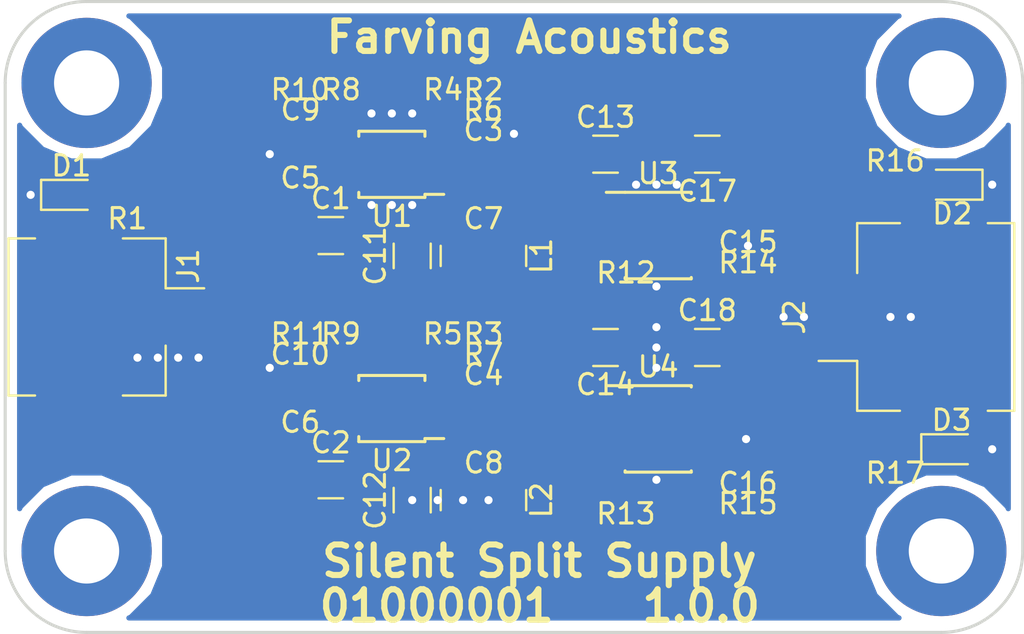
<source format=kicad_pcb>
(kicad_pcb (version 20171130) (host pcbnew "(5.0.1)-rc2")

  (general
    (thickness 1.6)
    (drawings 14)
    (tracks 173)
    (zones 0)
    (modules 50)
    (nets 28)
  )

  (page A4)
  (layers
    (0 F.Cu signal)
    (31 B.Cu signal)
    (32 B.Adhes user hide)
    (33 F.Adhes user hide)
    (34 B.Paste user hide)
    (35 F.Paste user hide)
    (36 B.SilkS user hide)
    (37 F.SilkS user)
    (38 B.Mask user hide)
    (39 F.Mask user hide)
    (40 Dwgs.User user hide)
    (41 Cmts.User user hide)
    (42 Eco1.User user hide)
    (43 Eco2.User user hide)
    (44 Edge.Cuts user)
    (45 Margin user hide)
    (46 B.CrtYd user hide)
    (47 F.CrtYd user)
    (48 B.Fab user hide)
    (49 F.Fab user hide)
  )

  (setup
    (last_trace_width 0.25)
    (trace_clearance 0.2)
    (zone_clearance 0.508)
    (zone_45_only no)
    (trace_min 0.2)
    (segment_width 0.15)
    (edge_width 0.15)
    (via_size 0.8)
    (via_drill 0.4)
    (via_min_size 0.4)
    (via_min_drill 0.3)
    (uvia_size 0.3)
    (uvia_drill 0.1)
    (uvias_allowed no)
    (uvia_min_size 0.2)
    (uvia_min_drill 0.1)
    (pcb_text_width 0.3)
    (pcb_text_size 1.5 1.5)
    (mod_edge_width 0.15)
    (mod_text_size 1 1)
    (mod_text_width 0.15)
    (pad_size 3.2 3.2)
    (pad_drill 3.2)
    (pad_to_mask_clearance 0.051)
    (solder_mask_min_width 0.25)
    (aux_axis_origin 0 0)
    (visible_elements 7FFFFFFF)
    (pcbplotparams
      (layerselection 0x010fc_ffffffff)
      (usegerberextensions false)
      (usegerberattributes false)
      (usegerberadvancedattributes false)
      (creategerberjobfile false)
      (excludeedgelayer true)
      (linewidth 0.100000)
      (plotframeref false)
      (viasonmask false)
      (mode 1)
      (useauxorigin false)
      (hpglpennumber 1)
      (hpglpenspeed 20)
      (hpglpendiameter 15.000000)
      (psnegative false)
      (psa4output false)
      (plotreference true)
      (plotvalue true)
      (plotinvisibletext false)
      (padsonsilk false)
      (subtractmaskfromsilk false)
      (outputformat 1)
      (mirror false)
      (drillshape 0)
      (scaleselection 1)
      (outputdirectory "Output/"))
  )

  (net 0 "")
  (net 1 GND)
  (net 2 "Net-(D1-Pad2)")
  (net 3 "Net-(D2-Pad2)")
  (net 4 /VIN)
  (net 5 "Net-(C3-Pad1)")
  (net 6 "Net-(C4-Pad1)")
  (net 7 "Net-(C5-Pad1)")
  (net 8 "Net-(C6-Pad1)")
  (net 9 "Net-(C7-Pad2)")
  (net 10 "Net-(C8-Pad2)")
  (net 11 "Net-(C9-Pad2)")
  (net 12 "Net-(C10-Pad2)")
  (net 13 "Net-(C15-Pad1)")
  (net 14 "Net-(C16-Pad2)")
  (net 15 +15V)
  (net 16 -15V)
  (net 17 "Net-(D3-Pad1)")
  (net 18 "Net-(R2-Pad1)")
  (net 19 "Net-(R3-Pad1)")
  (net 20 "Net-(R6-Pad1)")
  (net 21 "Net-(R7-Pad1)")
  (net 22 "Net-(R12-Pad1)")
  (net 23 "Net-(R13-Pad2)")
  (net 24 VCC)
  (net 25 VEE)
  (net 26 /SW+)
  (net 27 /SW-)

  (net_class Default "This is the default net class."
    (clearance 0.2)
    (trace_width 0.25)
    (via_dia 0.8)
    (via_drill 0.4)
    (uvia_dia 0.3)
    (uvia_drill 0.1)
    (add_net +15V)
    (add_net -15V)
    (add_net /SW+)
    (add_net /SW-)
    (add_net /VIN)
    (add_net GND)
    (add_net "Net-(C10-Pad2)")
    (add_net "Net-(C15-Pad1)")
    (add_net "Net-(C16-Pad2)")
    (add_net "Net-(C3-Pad1)")
    (add_net "Net-(C4-Pad1)")
    (add_net "Net-(C5-Pad1)")
    (add_net "Net-(C6-Pad1)")
    (add_net "Net-(C7-Pad2)")
    (add_net "Net-(C8-Pad2)")
    (add_net "Net-(C9-Pad2)")
    (add_net "Net-(D1-Pad2)")
    (add_net "Net-(D2-Pad2)")
    (add_net "Net-(D3-Pad1)")
    (add_net "Net-(R12-Pad1)")
    (add_net "Net-(R13-Pad2)")
    (add_net "Net-(R2-Pad1)")
    (add_net "Net-(R3-Pad1)")
    (add_net "Net-(R6-Pad1)")
    (add_net "Net-(R7-Pad1)")
    (add_net VCC)
    (add_net VEE)
  )

  (net_class Power ""
    (clearance 0.2)
    (trace_width 0.4)
    (via_dia 0.8)
    (via_drill 0.4)
    (uvia_dia 0.3)
    (uvia_drill 0.1)
  )

  (module MountingHole:MountingHole_3.2mm_M3_Pad (layer F.Cu) (tedit 56D1B4CB) (tstamp 5BFC1D24)
    (at 170 93.5)
    (descr "Mounting Hole 3.2mm, M3")
    (tags "mounting hole 3.2mm m3")
    (path /5BEF6333)
    (attr virtual)
    (fp_text reference H4 (at 0 0) (layer F.SilkS)
      (effects (font (size 1 1) (thickness 0.15)))
    )
    (fp_text value MountingHole_Pad (at 0 4.2) (layer F.Fab)
      (effects (font (size 1 1) (thickness 0.15)))
    )
    (fp_text user %R (at 0.3 0) (layer F.Fab)
      (effects (font (size 1 1) (thickness 0.15)))
    )
    (fp_circle (center 0 0) (end 3.2 0) (layer Cmts.User) (width 0.15))
    (fp_circle (center 0 0) (end 3.45 0) (layer F.CrtYd) (width 0.05))
    (pad 1 thru_hole circle (at 0 0) (size 6.4 6.4) (drill 3.2) (layers *.Cu *.Mask))
  )

  (module Connector_JST:JST_ZE_SM02B-ZESS-TBT_1x02-1MP_P1.50mm_Horizontal (layer F.Cu) (tedit 5B78AD88) (tstamp 5BEDE41E)
    (at 129.75 105 270)
    (descr "JST ZE series connector, SM02B-ZESS-TBT (http://www.jst-mfg.com/product/pdf/eng/eZE.pdf), generated with kicad-footprint-generator")
    (tags "connector JST ZE top entry")
    (path /5BFAAB75)
    (attr smd)
    (fp_text reference J1 (at -2.5 -3.25 270) (layer F.SilkS)
      (effects (font (size 1 1) (thickness 0.15)))
    )
    (fp_text value "JST S2B-ZR-SMA4-TF" (at 0 6.68 270) (layer F.Fab)
      (effects (font (size 1 1) (thickness 0.15)))
    )
    (fp_line (start -3.75 -2.025) (end 3.75 -2.025) (layer F.Fab) (width 0.1))
    (fp_line (start -3.86 -0.035) (end -3.86 -2.135) (layer F.SilkS) (width 0.12))
    (fp_line (start -3.86 -2.135) (end -1.41 -2.135) (layer F.SilkS) (width 0.12))
    (fp_line (start -1.41 -2.135) (end -1.41 -4.025) (layer F.SilkS) (width 0.12))
    (fp_line (start 3.86 -0.035) (end 3.86 -2.135) (layer F.SilkS) (width 0.12))
    (fp_line (start 3.86 -2.135) (end 1.41 -2.135) (layer F.SilkS) (width 0.12))
    (fp_line (start -3.86 4.285) (end -3.86 5.585) (layer F.SilkS) (width 0.12))
    (fp_line (start -3.86 5.585) (end 3.86 5.585) (layer F.SilkS) (width 0.12))
    (fp_line (start 3.86 5.585) (end 3.86 4.285) (layer F.SilkS) (width 0.12))
    (fp_line (start -3.75 5.475) (end 3.75 5.475) (layer F.Fab) (width 0.1))
    (fp_line (start -3.75 -2.025) (end -3.75 5.475) (layer F.Fab) (width 0.1))
    (fp_line (start 3.75 -2.025) (end 3.75 5.475) (layer F.Fab) (width 0.1))
    (fp_line (start -4.75 -4.52) (end -4.75 5.98) (layer F.CrtYd) (width 0.05))
    (fp_line (start -4.75 5.98) (end 4.75 5.98) (layer F.CrtYd) (width 0.05))
    (fp_line (start 4.75 5.98) (end 4.75 -4.52) (layer F.CrtYd) (width 0.05))
    (fp_line (start 4.75 -4.52) (end -4.75 -4.52) (layer F.CrtYd) (width 0.05))
    (fp_line (start -1.25 -2.025) (end -0.75 -1.317893) (layer F.Fab) (width 0.1))
    (fp_line (start -0.75 -1.317893) (end -0.25 -2.025) (layer F.Fab) (width 0.1))
    (fp_text user %R (at 0 0 270) (layer F.Fab)
      (effects (font (size 1 1) (thickness 0.15)))
    )
    (pad 1 smd roundrect (at -0.75 -2.575 270) (size 0.8 2.9) (layers F.Cu F.Paste F.Mask) (roundrect_rratio 0.25)
      (net 4 /VIN))
    (pad 2 smd roundrect (at 0.75 -2.575 270) (size 0.8 2.9) (layers F.Cu F.Paste F.Mask) (roundrect_rratio 0.25)
      (net 1 GND))
    (pad MP smd roundrect (at -3.35 2.125 270) (size 1.8 3.8) (layers F.Cu F.Paste F.Mask) (roundrect_rratio 0.138889))
    (pad MP smd roundrect (at 3.35 2.125 270) (size 1.8 3.8) (layers F.Cu F.Paste F.Mask) (roundrect_rratio 0.138889))
    (model ${KISYS3DMOD}/Connector_JST.3dshapes/JST_ZE_SM02B-ZESS-TBT_1x02-1MP_P1.50mm_Horizontal.wrl
      (at (xyz 0 0 0))
      (scale (xyz 1 1 1))
      (rotate (xyz 0 0 0))
    )
  )

  (module MountingHole:MountingHole_3.2mm_M3_Pad (layer F.Cu) (tedit 56D1B4CB) (tstamp 5BFC1D39)
    (at 128 93.5)
    (descr "Mounting Hole 3.2mm, M3")
    (tags "mounting hole 3.2mm m3")
    (path /5BEED582)
    (attr virtual)
    (fp_text reference H1 (at 0 0) (layer F.SilkS)
      (effects (font (size 1 1) (thickness 0.15)))
    )
    (fp_text value MountingHole_Pad (at 0 4.2) (layer F.Fab)
      (effects (font (size 1 1) (thickness 0.15)))
    )
    (fp_circle (center 0 0) (end 3.45 0) (layer F.CrtYd) (width 0.05))
    (fp_circle (center 0 0) (end 3.2 0) (layer Cmts.User) (width 0.15))
    (fp_text user %R (at 0.3 0) (layer F.Fab)
      (effects (font (size 1 1) (thickness 0.15)))
    )
    (pad 1 thru_hole circle (at 0 0) (size 6.4 6.4) (drill 3.2) (layers *.Cu *.Mask))
  )

  (module MountingHole:MountingHole_3.2mm_M3_Pad (layer F.Cu) (tedit 56D1B4CB) (tstamp 5BFC1CFA)
    (at 128 116.5)
    (descr "Mounting Hole 3.2mm, M3")
    (tags "mounting hole 3.2mm m3")
    (path /5BEF6295)
    (attr virtual)
    (fp_text reference H2 (at 0 0) (layer F.SilkS)
      (effects (font (size 1 1) (thickness 0.15)))
    )
    (fp_text value MountingHole_Pad (at 0 4.2) (layer F.Fab)
      (effects (font (size 1 1) (thickness 0.15)))
    )
    (fp_text user %R (at 0.3 0) (layer F.Fab)
      (effects (font (size 1 1) (thickness 0.15)))
    )
    (fp_circle (center 0 0) (end 3.2 0) (layer Cmts.User) (width 0.15))
    (fp_circle (center 0 0) (end 3.45 0) (layer F.CrtYd) (width 0.05))
    (pad 1 thru_hole circle (at 0 0) (size 6.4 6.4) (drill 3.2) (layers *.Cu *.Mask))
  )

  (module MountingHole:MountingHole_3.2mm_M3_Pad (layer F.Cu) (tedit 5BE2B78F) (tstamp 5BFC1D0F)
    (at 170 116.5)
    (descr "Mounting Hole 3.2mm, M3")
    (tags "mounting hole 3.2mm m3")
    (path /5BEF62E3)
    (attr virtual)
    (fp_text reference H3 (at 0 0) (layer F.SilkS)
      (effects (font (size 1 1) (thickness 0.15)))
    )
    (fp_text value MountingHole_Pad (at 0 4.2) (layer F.Fab)
      (effects (font (size 1 1) (thickness 0.15)))
    )
    (fp_circle (center 0 0) (end 3.45 0) (layer F.CrtYd) (width 0.05))
    (fp_circle (center 0 0) (end 3.2 0) (layer Cmts.User) (width 0.15))
    (fp_text user %R (at 0.3 0) (layer F.Fab)
      (effects (font (size 1 1) (thickness 0.15)))
    )
    (pad 1 thru_hole circle (at 0 0) (size 6.4 6.4) (drill 3.2) (layers *.Cu *.Mask))
  )

  (module Capacitor_SMD:C_1206_3216Metric (layer F.Cu) (tedit 5B301BBE) (tstamp 5C0DC2BF)
    (at 140 101)
    (descr "Capacitor SMD 1206 (3216 Metric), square (rectangular) end terminal, IPC_7351 nominal, (Body size source: http://www.tortai-tech.com/upload/download/2011102023233369053.pdf), generated with kicad-footprint-generator")
    (tags capacitor)
    (path /5BEEBE9B)
    (attr smd)
    (fp_text reference C1 (at 0 -1.82) (layer F.SilkS)
      (effects (font (size 1 1) (thickness 0.15)))
    )
    (fp_text value 4.7uF (at 0 1.82) (layer F.Fab)
      (effects (font (size 1 1) (thickness 0.15)))
    )
    (fp_text user %R (at 0 0) (layer F.Fab)
      (effects (font (size 0.8 0.8) (thickness 0.12)))
    )
    (fp_line (start 2.28 1.12) (end -2.28 1.12) (layer F.CrtYd) (width 0.05))
    (fp_line (start 2.28 -1.12) (end 2.28 1.12) (layer F.CrtYd) (width 0.05))
    (fp_line (start -2.28 -1.12) (end 2.28 -1.12) (layer F.CrtYd) (width 0.05))
    (fp_line (start -2.28 1.12) (end -2.28 -1.12) (layer F.CrtYd) (width 0.05))
    (fp_line (start -0.602064 0.91) (end 0.602064 0.91) (layer F.SilkS) (width 0.12))
    (fp_line (start -0.602064 -0.91) (end 0.602064 -0.91) (layer F.SilkS) (width 0.12))
    (fp_line (start 1.6 0.8) (end -1.6 0.8) (layer F.Fab) (width 0.1))
    (fp_line (start 1.6 -0.8) (end 1.6 0.8) (layer F.Fab) (width 0.1))
    (fp_line (start -1.6 -0.8) (end 1.6 -0.8) (layer F.Fab) (width 0.1))
    (fp_line (start -1.6 0.8) (end -1.6 -0.8) (layer F.Fab) (width 0.1))
    (pad 2 smd roundrect (at 1.4 0) (size 1.25 1.75) (layers F.Cu F.Paste F.Mask) (roundrect_rratio 0.2)
      (net 1 GND))
    (pad 1 smd roundrect (at -1.4 0) (size 1.25 1.75) (layers F.Cu F.Paste F.Mask) (roundrect_rratio 0.2)
      (net 4 /VIN))
    (model ${KISYS3DMOD}/Capacitor_SMD.3dshapes/C_1206_3216Metric.wrl
      (at (xyz 0 0 0))
      (scale (xyz 1 1 1))
      (rotate (xyz 0 0 0))
    )
  )

  (module Capacitor_SMD:C_1206_3216Metric (layer F.Cu) (tedit 5B301BBE) (tstamp 5C0DCFB5)
    (at 140 113)
    (descr "Capacitor SMD 1206 (3216 Metric), square (rectangular) end terminal, IPC_7351 nominal, (Body size source: http://www.tortai-tech.com/upload/download/2011102023233369053.pdf), generated with kicad-footprint-generator")
    (tags capacitor)
    (path /5BF63B92)
    (attr smd)
    (fp_text reference C2 (at 0 -1.82) (layer F.SilkS)
      (effects (font (size 1 1) (thickness 0.15)))
    )
    (fp_text value 4.7uF (at 0 1.82) (layer F.Fab)
      (effects (font (size 1 1) (thickness 0.15)))
    )
    (fp_text user %R (at 0 0) (layer F.Fab)
      (effects (font (size 0.8 0.8) (thickness 0.12)))
    )
    (fp_line (start 2.28 1.12) (end -2.28 1.12) (layer F.CrtYd) (width 0.05))
    (fp_line (start 2.28 -1.12) (end 2.28 1.12) (layer F.CrtYd) (width 0.05))
    (fp_line (start -2.28 -1.12) (end 2.28 -1.12) (layer F.CrtYd) (width 0.05))
    (fp_line (start -2.28 1.12) (end -2.28 -1.12) (layer F.CrtYd) (width 0.05))
    (fp_line (start -0.602064 0.91) (end 0.602064 0.91) (layer F.SilkS) (width 0.12))
    (fp_line (start -0.602064 -0.91) (end 0.602064 -0.91) (layer F.SilkS) (width 0.12))
    (fp_line (start 1.6 0.8) (end -1.6 0.8) (layer F.Fab) (width 0.1))
    (fp_line (start 1.6 -0.8) (end 1.6 0.8) (layer F.Fab) (width 0.1))
    (fp_line (start -1.6 -0.8) (end 1.6 -0.8) (layer F.Fab) (width 0.1))
    (fp_line (start -1.6 0.8) (end -1.6 -0.8) (layer F.Fab) (width 0.1))
    (pad 2 smd roundrect (at 1.4 0) (size 1.25 1.75) (layers F.Cu F.Paste F.Mask) (roundrect_rratio 0.2)
      (net 25 VEE))
    (pad 1 smd roundrect (at -1.4 0) (size 1.25 1.75) (layers F.Cu F.Paste F.Mask) (roundrect_rratio 0.2)
      (net 4 /VIN))
    (model ${KISYS3DMOD}/Capacitor_SMD.3dshapes/C_1206_3216Metric.wrl
      (at (xyz 0 0 0))
      (scale (xyz 1 1 1))
      (rotate (xyz 0 0 0))
    )
  )

  (module Capacitor_SMD:C_0402_1005Metric (layer F.Cu) (tedit 5B301BBE) (tstamp 5C0DC301)
    (at 138.5 97 180)
    (descr "Capacitor SMD 0402 (1005 Metric), square (rectangular) end terminal, IPC_7351 nominal, (Body size source: http://www.tortai-tech.com/upload/download/2011102023233369053.pdf), generated with kicad-footprint-generator")
    (tags capacitor)
    (path /5BEABF19)
    (attr smd)
    (fp_text reference C5 (at 0 -1.17 180) (layer F.SilkS)
      (effects (font (size 1 1) (thickness 0.15)))
    )
    (fp_text value 10nF (at 0 1.17 180) (layer F.Fab)
      (effects (font (size 1 1) (thickness 0.15)))
    )
    (fp_line (start -0.5 0.25) (end -0.5 -0.25) (layer F.Fab) (width 0.1))
    (fp_line (start -0.5 -0.25) (end 0.5 -0.25) (layer F.Fab) (width 0.1))
    (fp_line (start 0.5 -0.25) (end 0.5 0.25) (layer F.Fab) (width 0.1))
    (fp_line (start 0.5 0.25) (end -0.5 0.25) (layer F.Fab) (width 0.1))
    (fp_line (start -0.93 0.47) (end -0.93 -0.47) (layer F.CrtYd) (width 0.05))
    (fp_line (start -0.93 -0.47) (end 0.93 -0.47) (layer F.CrtYd) (width 0.05))
    (fp_line (start 0.93 -0.47) (end 0.93 0.47) (layer F.CrtYd) (width 0.05))
    (fp_line (start 0.93 0.47) (end -0.93 0.47) (layer F.CrtYd) (width 0.05))
    (fp_text user %R (at 0 0 180) (layer F.Fab)
      (effects (font (size 0.25 0.25) (thickness 0.04)))
    )
    (pad 1 smd roundrect (at -0.485 0 180) (size 0.59 0.64) (layers F.Cu F.Paste F.Mask) (roundrect_rratio 0.25)
      (net 7 "Net-(C5-Pad1)"))
    (pad 2 smd roundrect (at 0.485 0 180) (size 0.59 0.64) (layers F.Cu F.Paste F.Mask) (roundrect_rratio 0.25)
      (net 1 GND))
    (model ${KISYS3DMOD}/Capacitor_SMD.3dshapes/C_0402_1005Metric.wrl
      (at (xyz 0 0 0))
      (scale (xyz 1 1 1))
      (rotate (xyz 0 0 0))
    )
  )

  (module Capacitor_SMD:C_0402_1005Metric (layer F.Cu) (tedit 5B301BBE) (tstamp 5C0DC310)
    (at 138.5 109 180)
    (descr "Capacitor SMD 0402 (1005 Metric), square (rectangular) end terminal, IPC_7351 nominal, (Body size source: http://www.tortai-tech.com/upload/download/2011102023233369053.pdf), generated with kicad-footprint-generator")
    (tags capacitor)
    (path /5BF3D5AA)
    (attr smd)
    (fp_text reference C6 (at 0 -1.17 180) (layer F.SilkS)
      (effects (font (size 1 1) (thickness 0.15)))
    )
    (fp_text value 10nF (at 0 1.17 180) (layer F.Fab)
      (effects (font (size 1 1) (thickness 0.15)))
    )
    (fp_text user %R (at 0 0 180) (layer F.Fab)
      (effects (font (size 0.25 0.25) (thickness 0.04)))
    )
    (fp_line (start 0.93 0.47) (end -0.93 0.47) (layer F.CrtYd) (width 0.05))
    (fp_line (start 0.93 -0.47) (end 0.93 0.47) (layer F.CrtYd) (width 0.05))
    (fp_line (start -0.93 -0.47) (end 0.93 -0.47) (layer F.CrtYd) (width 0.05))
    (fp_line (start -0.93 0.47) (end -0.93 -0.47) (layer F.CrtYd) (width 0.05))
    (fp_line (start 0.5 0.25) (end -0.5 0.25) (layer F.Fab) (width 0.1))
    (fp_line (start 0.5 -0.25) (end 0.5 0.25) (layer F.Fab) (width 0.1))
    (fp_line (start -0.5 -0.25) (end 0.5 -0.25) (layer F.Fab) (width 0.1))
    (fp_line (start -0.5 0.25) (end -0.5 -0.25) (layer F.Fab) (width 0.1))
    (pad 2 smd roundrect (at 0.485 0 180) (size 0.59 0.64) (layers F.Cu F.Paste F.Mask) (roundrect_rratio 0.25)
      (net 25 VEE))
    (pad 1 smd roundrect (at -0.485 0 180) (size 0.59 0.64) (layers F.Cu F.Paste F.Mask) (roundrect_rratio 0.25)
      (net 8 "Net-(C6-Pad1)"))
    (model ${KISYS3DMOD}/Capacitor_SMD.3dshapes/C_0402_1005Metric.wrl
      (at (xyz 0 0 0))
      (scale (xyz 1 1 1))
      (rotate (xyz 0 0 0))
    )
  )

  (module Capacitor_SMD:C_0402_1005Metric (layer F.Cu) (tedit 5B301BBE) (tstamp 5C0DC31F)
    (at 147.5 99 180)
    (descr "Capacitor SMD 0402 (1005 Metric), square (rectangular) end terminal, IPC_7351 nominal, (Body size source: http://www.tortai-tech.com/upload/download/2011102023233369053.pdf), generated with kicad-footprint-generator")
    (tags capacitor)
    (path /5BE905A8)
    (attr smd)
    (fp_text reference C7 (at 0 -1.17 180) (layer F.SilkS)
      (effects (font (size 1 1) (thickness 0.15)))
    )
    (fp_text value 100nF (at 0 1.17 180) (layer F.Fab)
      (effects (font (size 1 1) (thickness 0.15)))
    )
    (fp_line (start -0.5 0.25) (end -0.5 -0.25) (layer F.Fab) (width 0.1))
    (fp_line (start -0.5 -0.25) (end 0.5 -0.25) (layer F.Fab) (width 0.1))
    (fp_line (start 0.5 -0.25) (end 0.5 0.25) (layer F.Fab) (width 0.1))
    (fp_line (start 0.5 0.25) (end -0.5 0.25) (layer F.Fab) (width 0.1))
    (fp_line (start -0.93 0.47) (end -0.93 -0.47) (layer F.CrtYd) (width 0.05))
    (fp_line (start -0.93 -0.47) (end 0.93 -0.47) (layer F.CrtYd) (width 0.05))
    (fp_line (start 0.93 -0.47) (end 0.93 0.47) (layer F.CrtYd) (width 0.05))
    (fp_line (start 0.93 0.47) (end -0.93 0.47) (layer F.CrtYd) (width 0.05))
    (fp_text user %R (at 0 0 180) (layer F.Fab)
      (effects (font (size 0.25 0.25) (thickness 0.04)))
    )
    (pad 1 smd roundrect (at -0.485 0 180) (size 0.59 0.64) (layers F.Cu F.Paste F.Mask) (roundrect_rratio 0.25)
      (net 26 /SW+))
    (pad 2 smd roundrect (at 0.485 0 180) (size 0.59 0.64) (layers F.Cu F.Paste F.Mask) (roundrect_rratio 0.25)
      (net 9 "Net-(C7-Pad2)"))
    (model ${KISYS3DMOD}/Capacitor_SMD.3dshapes/C_0402_1005Metric.wrl
      (at (xyz 0 0 0))
      (scale (xyz 1 1 1))
      (rotate (xyz 0 0 0))
    )
  )

  (module Capacitor_SMD:C_0402_1005Metric (layer F.Cu) (tedit 5B301BBE) (tstamp 5C0DC32E)
    (at 147.515 111 180)
    (descr "Capacitor SMD 0402 (1005 Metric), square (rectangular) end terminal, IPC_7351 nominal, (Body size source: http://www.tortai-tech.com/upload/download/2011102023233369053.pdf), generated with kicad-footprint-generator")
    (tags capacitor)
    (path /5BEF855A)
    (attr smd)
    (fp_text reference C8 (at 0 -1.17 180) (layer F.SilkS)
      (effects (font (size 1 1) (thickness 0.15)))
    )
    (fp_text value 100nF (at 0 1.17 180) (layer F.Fab)
      (effects (font (size 1 1) (thickness 0.15)))
    )
    (fp_text user %R (at 0 0 180) (layer F.Fab)
      (effects (font (size 0.25 0.25) (thickness 0.04)))
    )
    (fp_line (start 0.93 0.47) (end -0.93 0.47) (layer F.CrtYd) (width 0.05))
    (fp_line (start 0.93 -0.47) (end 0.93 0.47) (layer F.CrtYd) (width 0.05))
    (fp_line (start -0.93 -0.47) (end 0.93 -0.47) (layer F.CrtYd) (width 0.05))
    (fp_line (start -0.93 0.47) (end -0.93 -0.47) (layer F.CrtYd) (width 0.05))
    (fp_line (start 0.5 0.25) (end -0.5 0.25) (layer F.Fab) (width 0.1))
    (fp_line (start 0.5 -0.25) (end 0.5 0.25) (layer F.Fab) (width 0.1))
    (fp_line (start -0.5 -0.25) (end 0.5 -0.25) (layer F.Fab) (width 0.1))
    (fp_line (start -0.5 0.25) (end -0.5 -0.25) (layer F.Fab) (width 0.1))
    (pad 2 smd roundrect (at 0.485 0 180) (size 0.59 0.64) (layers F.Cu F.Paste F.Mask) (roundrect_rratio 0.25)
      (net 10 "Net-(C8-Pad2)"))
    (pad 1 smd roundrect (at -0.485 0 180) (size 0.59 0.64) (layers F.Cu F.Paste F.Mask) (roundrect_rratio 0.25)
      (net 27 /SW-))
    (model ${KISYS3DMOD}/Capacitor_SMD.3dshapes/C_0402_1005Metric.wrl
      (at (xyz 0 0 0))
      (scale (xyz 1 1 1))
      (rotate (xyz 0 0 0))
    )
  )

  (module Capacitor_SMD:C_0402_1005Metric (layer F.Cu) (tedit 5B301BBE) (tstamp 5C0E5597)
    (at 138.515 96)
    (descr "Capacitor SMD 0402 (1005 Metric), square (rectangular) end terminal, IPC_7351 nominal, (Body size source: http://www.tortai-tech.com/upload/download/2011102023233369053.pdf), generated with kicad-footprint-generator")
    (tags capacitor)
    (path /5BEAC004)
    (attr smd)
    (fp_text reference C9 (at 0 -1.17) (layer F.SilkS)
      (effects (font (size 1 1) (thickness 0.15)))
    )
    (fp_text value 100nF (at 0 1.17) (layer F.Fab)
      (effects (font (size 1 1) (thickness 0.15)))
    )
    (fp_text user %R (at 0 0) (layer F.Fab)
      (effects (font (size 0.25 0.25) (thickness 0.04)))
    )
    (fp_line (start 0.93 0.47) (end -0.93 0.47) (layer F.CrtYd) (width 0.05))
    (fp_line (start 0.93 -0.47) (end 0.93 0.47) (layer F.CrtYd) (width 0.05))
    (fp_line (start -0.93 -0.47) (end 0.93 -0.47) (layer F.CrtYd) (width 0.05))
    (fp_line (start -0.93 0.47) (end -0.93 -0.47) (layer F.CrtYd) (width 0.05))
    (fp_line (start 0.5 0.25) (end -0.5 0.25) (layer F.Fab) (width 0.1))
    (fp_line (start 0.5 -0.25) (end 0.5 0.25) (layer F.Fab) (width 0.1))
    (fp_line (start -0.5 -0.25) (end 0.5 -0.25) (layer F.Fab) (width 0.1))
    (fp_line (start -0.5 0.25) (end -0.5 -0.25) (layer F.Fab) (width 0.1))
    (pad 2 smd roundrect (at 0.485 0) (size 0.59 0.64) (layers F.Cu F.Paste F.Mask) (roundrect_rratio 0.25)
      (net 11 "Net-(C9-Pad2)"))
    (pad 1 smd roundrect (at -0.485 0) (size 0.59 0.64) (layers F.Cu F.Paste F.Mask) (roundrect_rratio 0.25)
      (net 24 VCC))
    (model ${KISYS3DMOD}/Capacitor_SMD.3dshapes/C_0402_1005Metric.wrl
      (at (xyz 0 0 0))
      (scale (xyz 1 1 1))
      (rotate (xyz 0 0 0))
    )
  )

  (module Capacitor_SMD:C_0402_1005Metric (layer F.Cu) (tedit 5B301BBE) (tstamp 5C0DC34C)
    (at 138.5 108)
    (descr "Capacitor SMD 0402 (1005 Metric), square (rectangular) end terminal, IPC_7351 nominal, (Body size source: http://www.tortai-tech.com/upload/download/2011102023233369053.pdf), generated with kicad-footprint-generator")
    (tags capacitor)
    (path /5BEF86BE)
    (attr smd)
    (fp_text reference C10 (at 0 -1.17) (layer F.SilkS)
      (effects (font (size 1 1) (thickness 0.15)))
    )
    (fp_text value 100nF (at 0 1.17) (layer F.Fab)
      (effects (font (size 1 1) (thickness 0.15)))
    )
    (fp_line (start -0.5 0.25) (end -0.5 -0.25) (layer F.Fab) (width 0.1))
    (fp_line (start -0.5 -0.25) (end 0.5 -0.25) (layer F.Fab) (width 0.1))
    (fp_line (start 0.5 -0.25) (end 0.5 0.25) (layer F.Fab) (width 0.1))
    (fp_line (start 0.5 0.25) (end -0.5 0.25) (layer F.Fab) (width 0.1))
    (fp_line (start -0.93 0.47) (end -0.93 -0.47) (layer F.CrtYd) (width 0.05))
    (fp_line (start -0.93 -0.47) (end 0.93 -0.47) (layer F.CrtYd) (width 0.05))
    (fp_line (start 0.93 -0.47) (end 0.93 0.47) (layer F.CrtYd) (width 0.05))
    (fp_line (start 0.93 0.47) (end -0.93 0.47) (layer F.CrtYd) (width 0.05))
    (fp_text user %R (at 0 0) (layer F.Fab)
      (effects (font (size 0.25 0.25) (thickness 0.04)))
    )
    (pad 1 smd roundrect (at -0.485 0) (size 0.59 0.64) (layers F.Cu F.Paste F.Mask) (roundrect_rratio 0.25)
      (net 1 GND))
    (pad 2 smd roundrect (at 0.485 0) (size 0.59 0.64) (layers F.Cu F.Paste F.Mask) (roundrect_rratio 0.25)
      (net 12 "Net-(C10-Pad2)"))
    (model ${KISYS3DMOD}/Capacitor_SMD.3dshapes/C_0402_1005Metric.wrl
      (at (xyz 0 0 0))
      (scale (xyz 1 1 1))
      (rotate (xyz 0 0 0))
    )
  )

  (module Capacitor_SMD:C_1206_3216Metric (layer F.Cu) (tedit 5B301BBE) (tstamp 5C0E43D9)
    (at 144 102 90)
    (descr "Capacitor SMD 1206 (3216 Metric), square (rectangular) end terminal, IPC_7351 nominal, (Body size source: http://www.tortai-tech.com/upload/download/2011102023233369053.pdf), generated with kicad-footprint-generator")
    (tags capacitor)
    (path /5BE94A5A)
    (attr smd)
    (fp_text reference C11 (at 0 -1.82 90) (layer F.SilkS)
      (effects (font (size 1 1) (thickness 0.15)))
    )
    (fp_text value 22uF (at 0 1.82 90) (layer F.Fab)
      (effects (font (size 1 1) (thickness 0.15)))
    )
    (fp_text user %R (at 0 0 90) (layer F.Fab)
      (effects (font (size 0.8 0.8) (thickness 0.12)))
    )
    (fp_line (start 2.28 1.12) (end -2.28 1.12) (layer F.CrtYd) (width 0.05))
    (fp_line (start 2.28 -1.12) (end 2.28 1.12) (layer F.CrtYd) (width 0.05))
    (fp_line (start -2.28 -1.12) (end 2.28 -1.12) (layer F.CrtYd) (width 0.05))
    (fp_line (start -2.28 1.12) (end -2.28 -1.12) (layer F.CrtYd) (width 0.05))
    (fp_line (start -0.602064 0.91) (end 0.602064 0.91) (layer F.SilkS) (width 0.12))
    (fp_line (start -0.602064 -0.91) (end 0.602064 -0.91) (layer F.SilkS) (width 0.12))
    (fp_line (start 1.6 0.8) (end -1.6 0.8) (layer F.Fab) (width 0.1))
    (fp_line (start 1.6 -0.8) (end 1.6 0.8) (layer F.Fab) (width 0.1))
    (fp_line (start -1.6 -0.8) (end 1.6 -0.8) (layer F.Fab) (width 0.1))
    (fp_line (start -1.6 0.8) (end -1.6 -0.8) (layer F.Fab) (width 0.1))
    (pad 2 smd roundrect (at 1.4 0 90) (size 1.25 1.75) (layers F.Cu F.Paste F.Mask) (roundrect_rratio 0.2)
      (net 1 GND))
    (pad 1 smd roundrect (at -1.4 0 90) (size 1.25 1.75) (layers F.Cu F.Paste F.Mask) (roundrect_rratio 0.2)
      (net 24 VCC))
    (model ${KISYS3DMOD}/Capacitor_SMD.3dshapes/C_1206_3216Metric.wrl
      (at (xyz 0 0 0))
      (scale (xyz 1 1 1))
      (rotate (xyz 0 0 0))
    )
  )

  (module Capacitor_SMD:C_1206_3216Metric (layer F.Cu) (tedit 5B301BBE) (tstamp 5C0DC36E)
    (at 144 114 90)
    (descr "Capacitor SMD 1206 (3216 Metric), square (rectangular) end terminal, IPC_7351 nominal, (Body size source: http://www.tortai-tech.com/upload/download/2011102023233369053.pdf), generated with kicad-footprint-generator")
    (tags capacitor)
    (path /5BEF87BA)
    (attr smd)
    (fp_text reference C12 (at 0 -1.82 90) (layer F.SilkS)
      (effects (font (size 1 1) (thickness 0.15)))
    )
    (fp_text value 22uF (at 0 1.82 90) (layer F.Fab)
      (effects (font (size 1 1) (thickness 0.15)))
    )
    (fp_line (start -1.6 0.8) (end -1.6 -0.8) (layer F.Fab) (width 0.1))
    (fp_line (start -1.6 -0.8) (end 1.6 -0.8) (layer F.Fab) (width 0.1))
    (fp_line (start 1.6 -0.8) (end 1.6 0.8) (layer F.Fab) (width 0.1))
    (fp_line (start 1.6 0.8) (end -1.6 0.8) (layer F.Fab) (width 0.1))
    (fp_line (start -0.602064 -0.91) (end 0.602064 -0.91) (layer F.SilkS) (width 0.12))
    (fp_line (start -0.602064 0.91) (end 0.602064 0.91) (layer F.SilkS) (width 0.12))
    (fp_line (start -2.28 1.12) (end -2.28 -1.12) (layer F.CrtYd) (width 0.05))
    (fp_line (start -2.28 -1.12) (end 2.28 -1.12) (layer F.CrtYd) (width 0.05))
    (fp_line (start 2.28 -1.12) (end 2.28 1.12) (layer F.CrtYd) (width 0.05))
    (fp_line (start 2.28 1.12) (end -2.28 1.12) (layer F.CrtYd) (width 0.05))
    (fp_text user %R (at 0 0 90) (layer F.Fab)
      (effects (font (size 0.8 0.8) (thickness 0.12)))
    )
    (pad 1 smd roundrect (at -1.4 0 90) (size 1.25 1.75) (layers F.Cu F.Paste F.Mask) (roundrect_rratio 0.2)
      (net 1 GND))
    (pad 2 smd roundrect (at 1.4 0 90) (size 1.25 1.75) (layers F.Cu F.Paste F.Mask) (roundrect_rratio 0.2)
      (net 25 VEE))
    (model ${KISYS3DMOD}/Capacitor_SMD.3dshapes/C_1206_3216Metric.wrl
      (at (xyz 0 0 0))
      (scale (xyz 1 1 1))
      (rotate (xyz 0 0 0))
    )
  )

  (module Capacitor_SMD:C_1206_3216Metric (layer F.Cu) (tedit 5B301BBE) (tstamp 5C0DC37F)
    (at 153.5 97)
    (descr "Capacitor SMD 1206 (3216 Metric), square (rectangular) end terminal, IPC_7351 nominal, (Body size source: http://www.tortai-tech.com/upload/download/2011102023233369053.pdf), generated with kicad-footprint-generator")
    (tags capacitor)
    (path /5BE87B18)
    (attr smd)
    (fp_text reference C13 (at 0 -1.82) (layer F.SilkS)
      (effects (font (size 1 1) (thickness 0.15)))
    )
    (fp_text value 4.7uF (at 0 1.82) (layer F.Fab)
      (effects (font (size 1 1) (thickness 0.15)))
    )
    (fp_text user %R (at 0 0) (layer F.Fab)
      (effects (font (size 0.8 0.8) (thickness 0.12)))
    )
    (fp_line (start 2.28 1.12) (end -2.28 1.12) (layer F.CrtYd) (width 0.05))
    (fp_line (start 2.28 -1.12) (end 2.28 1.12) (layer F.CrtYd) (width 0.05))
    (fp_line (start -2.28 -1.12) (end 2.28 -1.12) (layer F.CrtYd) (width 0.05))
    (fp_line (start -2.28 1.12) (end -2.28 -1.12) (layer F.CrtYd) (width 0.05))
    (fp_line (start -0.602064 0.91) (end 0.602064 0.91) (layer F.SilkS) (width 0.12))
    (fp_line (start -0.602064 -0.91) (end 0.602064 -0.91) (layer F.SilkS) (width 0.12))
    (fp_line (start 1.6 0.8) (end -1.6 0.8) (layer F.Fab) (width 0.1))
    (fp_line (start 1.6 -0.8) (end 1.6 0.8) (layer F.Fab) (width 0.1))
    (fp_line (start -1.6 -0.8) (end 1.6 -0.8) (layer F.Fab) (width 0.1))
    (fp_line (start -1.6 0.8) (end -1.6 -0.8) (layer F.Fab) (width 0.1))
    (pad 2 smd roundrect (at 1.4 0) (size 1.25 1.75) (layers F.Cu F.Paste F.Mask) (roundrect_rratio 0.2)
      (net 1 GND))
    (pad 1 smd roundrect (at -1.4 0) (size 1.25 1.75) (layers F.Cu F.Paste F.Mask) (roundrect_rratio 0.2)
      (net 24 VCC))
    (model ${KISYS3DMOD}/Capacitor_SMD.3dshapes/C_1206_3216Metric.wrl
      (at (xyz 0 0 0))
      (scale (xyz 1 1 1))
      (rotate (xyz 0 0 0))
    )
  )

  (module Capacitor_SMD:C_1206_3216Metric (layer F.Cu) (tedit 5B301BBE) (tstamp 5C0DC390)
    (at 153.5 106.5 180)
    (descr "Capacitor SMD 1206 (3216 Metric), square (rectangular) end terminal, IPC_7351 nominal, (Body size source: http://www.tortai-tech.com/upload/download/2011102023233369053.pdf), generated with kicad-footprint-generator")
    (tags capacitor)
    (path /5BE8C47B)
    (attr smd)
    (fp_text reference C14 (at 0 -1.82 180) (layer F.SilkS)
      (effects (font (size 1 1) (thickness 0.15)))
    )
    (fp_text value 4.7uF (at 0 1.82 180) (layer F.Fab)
      (effects (font (size 1 1) (thickness 0.15)))
    )
    (fp_line (start -1.6 0.8) (end -1.6 -0.8) (layer F.Fab) (width 0.1))
    (fp_line (start -1.6 -0.8) (end 1.6 -0.8) (layer F.Fab) (width 0.1))
    (fp_line (start 1.6 -0.8) (end 1.6 0.8) (layer F.Fab) (width 0.1))
    (fp_line (start 1.6 0.8) (end -1.6 0.8) (layer F.Fab) (width 0.1))
    (fp_line (start -0.602064 -0.91) (end 0.602064 -0.91) (layer F.SilkS) (width 0.12))
    (fp_line (start -0.602064 0.91) (end 0.602064 0.91) (layer F.SilkS) (width 0.12))
    (fp_line (start -2.28 1.12) (end -2.28 -1.12) (layer F.CrtYd) (width 0.05))
    (fp_line (start -2.28 -1.12) (end 2.28 -1.12) (layer F.CrtYd) (width 0.05))
    (fp_line (start 2.28 -1.12) (end 2.28 1.12) (layer F.CrtYd) (width 0.05))
    (fp_line (start 2.28 1.12) (end -2.28 1.12) (layer F.CrtYd) (width 0.05))
    (fp_text user %R (at 0 0 180) (layer F.Fab)
      (effects (font (size 0.8 0.8) (thickness 0.12)))
    )
    (pad 1 smd roundrect (at -1.4 0 180) (size 1.25 1.75) (layers F.Cu F.Paste F.Mask) (roundrect_rratio 0.2)
      (net 1 GND))
    (pad 2 smd roundrect (at 1.4 0 180) (size 1.25 1.75) (layers F.Cu F.Paste F.Mask) (roundrect_rratio 0.2)
      (net 25 VEE))
    (model ${KISYS3DMOD}/Capacitor_SMD.3dshapes/C_1206_3216Metric.wrl
      (at (xyz 0 0 0))
      (scale (xyz 1 1 1))
      (rotate (xyz 0 0 0))
    )
  )

  (module Capacitor_SMD:C_0402_1005Metric (layer F.Cu) (tedit 5B301BBE) (tstamp 5C0DC39F)
    (at 160.5 102.5)
    (descr "Capacitor SMD 0402 (1005 Metric), square (rectangular) end terminal, IPC_7351 nominal, (Body size source: http://www.tortai-tech.com/upload/download/2011102023233369053.pdf), generated with kicad-footprint-generator")
    (tags capacitor)
    (path /5BE87BA8)
    (attr smd)
    (fp_text reference C15 (at 0 -1.17) (layer F.SilkS)
      (effects (font (size 1 1) (thickness 0.15)))
    )
    (fp_text value 470nF (at 0 1.17) (layer F.Fab)
      (effects (font (size 1 1) (thickness 0.15)))
    )
    (fp_text user %R (at 0 0) (layer F.Fab)
      (effects (font (size 0.25 0.25) (thickness 0.04)))
    )
    (fp_line (start 0.93 0.47) (end -0.93 0.47) (layer F.CrtYd) (width 0.05))
    (fp_line (start 0.93 -0.47) (end 0.93 0.47) (layer F.CrtYd) (width 0.05))
    (fp_line (start -0.93 -0.47) (end 0.93 -0.47) (layer F.CrtYd) (width 0.05))
    (fp_line (start -0.93 0.47) (end -0.93 -0.47) (layer F.CrtYd) (width 0.05))
    (fp_line (start 0.5 0.25) (end -0.5 0.25) (layer F.Fab) (width 0.1))
    (fp_line (start 0.5 -0.25) (end 0.5 0.25) (layer F.Fab) (width 0.1))
    (fp_line (start -0.5 -0.25) (end 0.5 -0.25) (layer F.Fab) (width 0.1))
    (fp_line (start -0.5 0.25) (end -0.5 -0.25) (layer F.Fab) (width 0.1))
    (pad 2 smd roundrect (at 0.485 0) (size 0.59 0.64) (layers F.Cu F.Paste F.Mask) (roundrect_rratio 0.25)
      (net 1 GND))
    (pad 1 smd roundrect (at -0.485 0) (size 0.59 0.64) (layers F.Cu F.Paste F.Mask) (roundrect_rratio 0.25)
      (net 13 "Net-(C15-Pad1)"))
    (model ${KISYS3DMOD}/Capacitor_SMD.3dshapes/C_0402_1005Metric.wrl
      (at (xyz 0 0 0))
      (scale (xyz 1 1 1))
      (rotate (xyz 0 0 0))
    )
  )

  (module Capacitor_SMD:C_0402_1005Metric (layer F.Cu) (tedit 5B301BBE) (tstamp 5C0DC3AE)
    (at 160.5 112 180)
    (descr "Capacitor SMD 0402 (1005 Metric), square (rectangular) end terminal, IPC_7351 nominal, (Body size source: http://www.tortai-tech.com/upload/download/2011102023233369053.pdf), generated with kicad-footprint-generator")
    (tags capacitor)
    (path /5BE8C4D5)
    (attr smd)
    (fp_text reference C16 (at 0 -1.17 180) (layer F.SilkS)
      (effects (font (size 1 1) (thickness 0.15)))
    )
    (fp_text value 470nF (at 0 1.17 180) (layer F.Fab)
      (effects (font (size 1 1) (thickness 0.15)))
    )
    (fp_line (start -0.5 0.25) (end -0.5 -0.25) (layer F.Fab) (width 0.1))
    (fp_line (start -0.5 -0.25) (end 0.5 -0.25) (layer F.Fab) (width 0.1))
    (fp_line (start 0.5 -0.25) (end 0.5 0.25) (layer F.Fab) (width 0.1))
    (fp_line (start 0.5 0.25) (end -0.5 0.25) (layer F.Fab) (width 0.1))
    (fp_line (start -0.93 0.47) (end -0.93 -0.47) (layer F.CrtYd) (width 0.05))
    (fp_line (start -0.93 -0.47) (end 0.93 -0.47) (layer F.CrtYd) (width 0.05))
    (fp_line (start 0.93 -0.47) (end 0.93 0.47) (layer F.CrtYd) (width 0.05))
    (fp_line (start 0.93 0.47) (end -0.93 0.47) (layer F.CrtYd) (width 0.05))
    (fp_text user %R (at 0 0 180) (layer F.Fab)
      (effects (font (size 0.25 0.25) (thickness 0.04)))
    )
    (pad 1 smd roundrect (at -0.485 0 180) (size 0.59 0.64) (layers F.Cu F.Paste F.Mask) (roundrect_rratio 0.25)
      (net 1 GND))
    (pad 2 smd roundrect (at 0.485 0 180) (size 0.59 0.64) (layers F.Cu F.Paste F.Mask) (roundrect_rratio 0.25)
      (net 14 "Net-(C16-Pad2)"))
    (model ${KISYS3DMOD}/Capacitor_SMD.3dshapes/C_0402_1005Metric.wrl
      (at (xyz 0 0 0))
      (scale (xyz 1 1 1))
      (rotate (xyz 0 0 0))
    )
  )

  (module Capacitor_SMD:C_1206_3216Metric (layer F.Cu) (tedit 5B301BBE) (tstamp 5C0DC3BF)
    (at 158.5 97 180)
    (descr "Capacitor SMD 1206 (3216 Metric), square (rectangular) end terminal, IPC_7351 nominal, (Body size source: http://www.tortai-tech.com/upload/download/2011102023233369053.pdf), generated with kicad-footprint-generator")
    (tags capacitor)
    (path /5BE87B60)
    (attr smd)
    (fp_text reference C17 (at 0 -1.82 180) (layer F.SilkS)
      (effects (font (size 1 1) (thickness 0.15)))
    )
    (fp_text value 10uF (at 0 1.82 180) (layer F.Fab)
      (effects (font (size 1 1) (thickness 0.15)))
    )
    (fp_line (start -1.6 0.8) (end -1.6 -0.8) (layer F.Fab) (width 0.1))
    (fp_line (start -1.6 -0.8) (end 1.6 -0.8) (layer F.Fab) (width 0.1))
    (fp_line (start 1.6 -0.8) (end 1.6 0.8) (layer F.Fab) (width 0.1))
    (fp_line (start 1.6 0.8) (end -1.6 0.8) (layer F.Fab) (width 0.1))
    (fp_line (start -0.602064 -0.91) (end 0.602064 -0.91) (layer F.SilkS) (width 0.12))
    (fp_line (start -0.602064 0.91) (end 0.602064 0.91) (layer F.SilkS) (width 0.12))
    (fp_line (start -2.28 1.12) (end -2.28 -1.12) (layer F.CrtYd) (width 0.05))
    (fp_line (start -2.28 -1.12) (end 2.28 -1.12) (layer F.CrtYd) (width 0.05))
    (fp_line (start 2.28 -1.12) (end 2.28 1.12) (layer F.CrtYd) (width 0.05))
    (fp_line (start 2.28 1.12) (end -2.28 1.12) (layer F.CrtYd) (width 0.05))
    (fp_text user %R (at 0 0 180) (layer F.Fab)
      (effects (font (size 0.8 0.8) (thickness 0.12)))
    )
    (pad 1 smd roundrect (at -1.4 0 180) (size 1.25 1.75) (layers F.Cu F.Paste F.Mask) (roundrect_rratio 0.2)
      (net 15 +15V))
    (pad 2 smd roundrect (at 1.4 0 180) (size 1.25 1.75) (layers F.Cu F.Paste F.Mask) (roundrect_rratio 0.2)
      (net 1 GND))
    (model ${KISYS3DMOD}/Capacitor_SMD.3dshapes/C_1206_3216Metric.wrl
      (at (xyz 0 0 0))
      (scale (xyz 1 1 1))
      (rotate (xyz 0 0 0))
    )
  )

  (module Capacitor_SMD:C_1206_3216Metric (layer F.Cu) (tedit 5B301BBE) (tstamp 5C0DC3D0)
    (at 158.5 106.5)
    (descr "Capacitor SMD 1206 (3216 Metric), square (rectangular) end terminal, IPC_7351 nominal, (Body size source: http://www.tortai-tech.com/upload/download/2011102023233369053.pdf), generated with kicad-footprint-generator")
    (tags capacitor)
    (path /5BE8C503)
    (attr smd)
    (fp_text reference C18 (at 0 -1.82) (layer F.SilkS)
      (effects (font (size 1 1) (thickness 0.15)))
    )
    (fp_text value 10uF (at 0 1.82) (layer F.Fab)
      (effects (font (size 1 1) (thickness 0.15)))
    )
    (fp_line (start -1.6 0.8) (end -1.6 -0.8) (layer F.Fab) (width 0.1))
    (fp_line (start -1.6 -0.8) (end 1.6 -0.8) (layer F.Fab) (width 0.1))
    (fp_line (start 1.6 -0.8) (end 1.6 0.8) (layer F.Fab) (width 0.1))
    (fp_line (start 1.6 0.8) (end -1.6 0.8) (layer F.Fab) (width 0.1))
    (fp_line (start -0.602064 -0.91) (end 0.602064 -0.91) (layer F.SilkS) (width 0.12))
    (fp_line (start -0.602064 0.91) (end 0.602064 0.91) (layer F.SilkS) (width 0.12))
    (fp_line (start -2.28 1.12) (end -2.28 -1.12) (layer F.CrtYd) (width 0.05))
    (fp_line (start -2.28 -1.12) (end 2.28 -1.12) (layer F.CrtYd) (width 0.05))
    (fp_line (start 2.28 -1.12) (end 2.28 1.12) (layer F.CrtYd) (width 0.05))
    (fp_line (start 2.28 1.12) (end -2.28 1.12) (layer F.CrtYd) (width 0.05))
    (fp_text user %R (at 0 0) (layer F.Fab)
      (effects (font (size 0.8 0.8) (thickness 0.12)))
    )
    (pad 1 smd roundrect (at -1.4 0) (size 1.25 1.75) (layers F.Cu F.Paste F.Mask) (roundrect_rratio 0.2)
      (net 1 GND))
    (pad 2 smd roundrect (at 1.4 0) (size 1.25 1.75) (layers F.Cu F.Paste F.Mask) (roundrect_rratio 0.2)
      (net 16 -15V))
    (model ${KISYS3DMOD}/Capacitor_SMD.3dshapes/C_1206_3216Metric.wrl
      (at (xyz 0 0 0))
      (scale (xyz 1 1 1))
      (rotate (xyz 0 0 0))
    )
  )

  (module LED_SMD:LED_0603_1608Metric (layer F.Cu) (tedit 5B301BBE) (tstamp 5C0DC3E3)
    (at 127.25 99)
    (descr "LED SMD 0603 (1608 Metric), square (rectangular) end terminal, IPC_7351 nominal, (Body size source: http://www.tortai-tech.com/upload/download/2011102023233369053.pdf), generated with kicad-footprint-generator")
    (tags diode)
    (path /5C001327)
    (attr smd)
    (fp_text reference D1 (at 0 -1.43) (layer F.SilkS)
      (effects (font (size 1 1) (thickness 0.15)))
    )
    (fp_text value LED_Small (at 0 1.43) (layer F.Fab)
      (effects (font (size 1 1) (thickness 0.15)))
    )
    (fp_text user %R (at 0 0) (layer F.Fab)
      (effects (font (size 0.4 0.4) (thickness 0.06)))
    )
    (fp_line (start 1.48 0.73) (end -1.48 0.73) (layer F.CrtYd) (width 0.05))
    (fp_line (start 1.48 -0.73) (end 1.48 0.73) (layer F.CrtYd) (width 0.05))
    (fp_line (start -1.48 -0.73) (end 1.48 -0.73) (layer F.CrtYd) (width 0.05))
    (fp_line (start -1.48 0.73) (end -1.48 -0.73) (layer F.CrtYd) (width 0.05))
    (fp_line (start -1.485 0.735) (end 0.8 0.735) (layer F.SilkS) (width 0.12))
    (fp_line (start -1.485 -0.735) (end -1.485 0.735) (layer F.SilkS) (width 0.12))
    (fp_line (start 0.8 -0.735) (end -1.485 -0.735) (layer F.SilkS) (width 0.12))
    (fp_line (start 0.8 0.4) (end 0.8 -0.4) (layer F.Fab) (width 0.1))
    (fp_line (start -0.8 0.4) (end 0.8 0.4) (layer F.Fab) (width 0.1))
    (fp_line (start -0.8 -0.1) (end -0.8 0.4) (layer F.Fab) (width 0.1))
    (fp_line (start -0.5 -0.4) (end -0.8 -0.1) (layer F.Fab) (width 0.1))
    (fp_line (start 0.8 -0.4) (end -0.5 -0.4) (layer F.Fab) (width 0.1))
    (pad 2 smd roundrect (at 0.7875 0) (size 0.875 0.95) (layers F.Cu F.Paste F.Mask) (roundrect_rratio 0.25)
      (net 2 "Net-(D1-Pad2)"))
    (pad 1 smd roundrect (at -0.7875 0) (size 0.875 0.95) (layers F.Cu F.Paste F.Mask) (roundrect_rratio 0.25)
      (net 1 GND))
    (model ${KISYS3DMOD}/LED_SMD.3dshapes/LED_0603_1608Metric.wrl
      (at (xyz 0 0 0))
      (scale (xyz 1 1 1))
      (rotate (xyz 0 0 0))
    )
  )

  (module LED_SMD:LED_0603_1608Metric (layer F.Cu) (tedit 5B301BBE) (tstamp 5C0E6A86)
    (at 170.5375 98.5 180)
    (descr "LED SMD 0603 (1608 Metric), square (rectangular) end terminal, IPC_7351 nominal, (Body size source: http://www.tortai-tech.com/upload/download/2011102023233369053.pdf), generated with kicad-footprint-generator")
    (tags diode)
    (path /5BFC7945)
    (attr smd)
    (fp_text reference D2 (at 0 -1.43 180) (layer F.SilkS)
      (effects (font (size 1 1) (thickness 0.15)))
    )
    (fp_text value LED_Small (at 0 1.43 180) (layer F.Fab)
      (effects (font (size 1 1) (thickness 0.15)))
    )
    (fp_line (start 0.8 -0.4) (end -0.5 -0.4) (layer F.Fab) (width 0.1))
    (fp_line (start -0.5 -0.4) (end -0.8 -0.1) (layer F.Fab) (width 0.1))
    (fp_line (start -0.8 -0.1) (end -0.8 0.4) (layer F.Fab) (width 0.1))
    (fp_line (start -0.8 0.4) (end 0.8 0.4) (layer F.Fab) (width 0.1))
    (fp_line (start 0.8 0.4) (end 0.8 -0.4) (layer F.Fab) (width 0.1))
    (fp_line (start 0.8 -0.735) (end -1.485 -0.735) (layer F.SilkS) (width 0.12))
    (fp_line (start -1.485 -0.735) (end -1.485 0.735) (layer F.SilkS) (width 0.12))
    (fp_line (start -1.485 0.735) (end 0.8 0.735) (layer F.SilkS) (width 0.12))
    (fp_line (start -1.48 0.73) (end -1.48 -0.73) (layer F.CrtYd) (width 0.05))
    (fp_line (start -1.48 -0.73) (end 1.48 -0.73) (layer F.CrtYd) (width 0.05))
    (fp_line (start 1.48 -0.73) (end 1.48 0.73) (layer F.CrtYd) (width 0.05))
    (fp_line (start 1.48 0.73) (end -1.48 0.73) (layer F.CrtYd) (width 0.05))
    (fp_text user %R (at 0 0 180) (layer F.Fab)
      (effects (font (size 0.4 0.4) (thickness 0.06)))
    )
    (pad 1 smd roundrect (at -0.7875 0 180) (size 0.875 0.95) (layers F.Cu F.Paste F.Mask) (roundrect_rratio 0.25)
      (net 1 GND))
    (pad 2 smd roundrect (at 0.7875 0 180) (size 0.875 0.95) (layers F.Cu F.Paste F.Mask) (roundrect_rratio 0.25)
      (net 3 "Net-(D2-Pad2)"))
    (model ${KISYS3DMOD}/LED_SMD.3dshapes/LED_0603_1608Metric.wrl
      (at (xyz 0 0 0))
      (scale (xyz 1 1 1))
      (rotate (xyz 0 0 0))
    )
  )

  (module LED_SMD:LED_0603_1608Metric (layer F.Cu) (tedit 5B301BBE) (tstamp 5C0DD2C4)
    (at 170.5 111.5)
    (descr "LED SMD 0603 (1608 Metric), square (rectangular) end terminal, IPC_7351 nominal, (Body size source: http://www.tortai-tech.com/upload/download/2011102023233369053.pdf), generated with kicad-footprint-generator")
    (tags diode)
    (path /5BFC820F)
    (attr smd)
    (fp_text reference D3 (at 0 -1.43) (layer F.SilkS)
      (effects (font (size 1 1) (thickness 0.15)))
    )
    (fp_text value LED_Small (at 0 1.43) (layer F.Fab)
      (effects (font (size 1 1) (thickness 0.15)))
    )
    (fp_line (start 0.8 -0.4) (end -0.5 -0.4) (layer F.Fab) (width 0.1))
    (fp_line (start -0.5 -0.4) (end -0.8 -0.1) (layer F.Fab) (width 0.1))
    (fp_line (start -0.8 -0.1) (end -0.8 0.4) (layer F.Fab) (width 0.1))
    (fp_line (start -0.8 0.4) (end 0.8 0.4) (layer F.Fab) (width 0.1))
    (fp_line (start 0.8 0.4) (end 0.8 -0.4) (layer F.Fab) (width 0.1))
    (fp_line (start 0.8 -0.735) (end -1.485 -0.735) (layer F.SilkS) (width 0.12))
    (fp_line (start -1.485 -0.735) (end -1.485 0.735) (layer F.SilkS) (width 0.12))
    (fp_line (start -1.485 0.735) (end 0.8 0.735) (layer F.SilkS) (width 0.12))
    (fp_line (start -1.48 0.73) (end -1.48 -0.73) (layer F.CrtYd) (width 0.05))
    (fp_line (start -1.48 -0.73) (end 1.48 -0.73) (layer F.CrtYd) (width 0.05))
    (fp_line (start 1.48 -0.73) (end 1.48 0.73) (layer F.CrtYd) (width 0.05))
    (fp_line (start 1.48 0.73) (end -1.48 0.73) (layer F.CrtYd) (width 0.05))
    (fp_text user %R (at 0 0) (layer F.Fab)
      (effects (font (size 0.4 0.4) (thickness 0.06)))
    )
    (pad 1 smd roundrect (at -0.7875 0) (size 0.875 0.95) (layers F.Cu F.Paste F.Mask) (roundrect_rratio 0.25)
      (net 17 "Net-(D3-Pad1)"))
    (pad 2 smd roundrect (at 0.7875 0) (size 0.875 0.95) (layers F.Cu F.Paste F.Mask) (roundrect_rratio 0.25)
      (net 1 GND))
    (model ${KISYS3DMOD}/LED_SMD.3dshapes/LED_0603_1608Metric.wrl
      (at (xyz 0 0 0))
      (scale (xyz 1 1 1))
      (rotate (xyz 0 0 0))
    )
  )

  (module Connector_JST:JST_ZE_SM03B-ZESS-TBT_1x03-1MP_P1.50mm_Horizontal (layer F.Cu) (tedit 5B78AD88) (tstamp 5C0DC425)
    (at 168 105 90)
    (descr "JST ZE series connector, SM03B-ZESS-TBT (http://www.jst-mfg.com/product/pdf/eng/eZE.pdf), generated with kicad-footprint-generator")
    (tags "connector JST ZE top entry")
    (path /5BE9248C)
    (attr smd)
    (fp_text reference J2 (at 0 -5.22 90) (layer F.SilkS)
      (effects (font (size 1 1) (thickness 0.15)))
    )
    (fp_text value "JST S3B-ZR-SMA4-TF" (at 0 6.68 90) (layer F.Fab)
      (effects (font (size 1 1) (thickness 0.15)))
    )
    (fp_text user %R (at 0 0 90) (layer F.Fab)
      (effects (font (size 1 1) (thickness 0.15)))
    )
    (fp_line (start -1.5 -1.317893) (end -1 -2.025) (layer F.Fab) (width 0.1))
    (fp_line (start -2 -2.025) (end -1.5 -1.317893) (layer F.Fab) (width 0.1))
    (fp_line (start 5.5 -4.52) (end -5.5 -4.52) (layer F.CrtYd) (width 0.05))
    (fp_line (start 5.5 5.98) (end 5.5 -4.52) (layer F.CrtYd) (width 0.05))
    (fp_line (start -5.5 5.98) (end 5.5 5.98) (layer F.CrtYd) (width 0.05))
    (fp_line (start -5.5 -4.52) (end -5.5 5.98) (layer F.CrtYd) (width 0.05))
    (fp_line (start 4.5 -2.025) (end 4.5 5.475) (layer F.Fab) (width 0.1))
    (fp_line (start -4.5 -2.025) (end -4.5 5.475) (layer F.Fab) (width 0.1))
    (fp_line (start -4.5 5.475) (end 4.5 5.475) (layer F.Fab) (width 0.1))
    (fp_line (start 4.61 5.585) (end 4.61 4.285) (layer F.SilkS) (width 0.12))
    (fp_line (start -4.61 5.585) (end 4.61 5.585) (layer F.SilkS) (width 0.12))
    (fp_line (start -4.61 4.285) (end -4.61 5.585) (layer F.SilkS) (width 0.12))
    (fp_line (start 4.61 -2.135) (end 2.16 -2.135) (layer F.SilkS) (width 0.12))
    (fp_line (start 4.61 -0.035) (end 4.61 -2.135) (layer F.SilkS) (width 0.12))
    (fp_line (start -2.16 -2.135) (end -2.16 -4.025) (layer F.SilkS) (width 0.12))
    (fp_line (start -4.61 -2.135) (end -2.16 -2.135) (layer F.SilkS) (width 0.12))
    (fp_line (start -4.61 -0.035) (end -4.61 -2.135) (layer F.SilkS) (width 0.12))
    (fp_line (start -4.5 -2.025) (end 4.5 -2.025) (layer F.Fab) (width 0.1))
    (pad MP smd roundrect (at 4.1 2.125 90) (size 1.8 3.8) (layers F.Cu F.Paste F.Mask) (roundrect_rratio 0.138889))
    (pad MP smd roundrect (at -4.1 2.125 90) (size 1.8 3.8) (layers F.Cu F.Paste F.Mask) (roundrect_rratio 0.138889))
    (pad 3 smd roundrect (at 1.5 -2.575 90) (size 0.8 2.9) (layers F.Cu F.Paste F.Mask) (roundrect_rratio 0.25)
      (net 15 +15V))
    (pad 2 smd roundrect (at 0 -2.575 90) (size 0.8 2.9) (layers F.Cu F.Paste F.Mask) (roundrect_rratio 0.25)
      (net 1 GND))
    (pad 1 smd roundrect (at -1.5 -2.575 90) (size 0.8 2.9) (layers F.Cu F.Paste F.Mask) (roundrect_rratio 0.25)
      (net 16 -15V))
    (model ${KISYS3DMOD}/Connector_JST.3dshapes/JST_ZE_SM03B-ZESS-TBT_1x03-1MP_P1.50mm_Horizontal.wrl
      (at (xyz 0 0 0))
      (scale (xyz 1 1 1))
      (rotate (xyz 0 0 0))
    )
  )

  (module Inductor_SMD:L_Wuerth_MAPI-4020 (layer F.Cu) (tedit 59912BEE) (tstamp 5C0DC452)
    (at 147.5 102 270)
    (descr "Inductor, Wuerth Elektronik, Wuerth_MAPI-4020, 4.0mmx4.0mm")
    (tags "inductor Wuerth smd")
    (path /5BE90627)
    (attr smd)
    (fp_text reference L1 (at 0 -2.85 270) (layer F.SilkS)
      (effects (font (size 1 1) (thickness 0.15)))
    )
    (fp_text value L (at 0 3.35 270) (layer F.Fab)
      (effects (font (size 1 1) (thickness 0.15)))
    )
    (fp_text user %R (at 0 0 270) (layer F.Fab)
      (effects (font (size 0.8 0.8) (thickness 0.15)))
    )
    (fp_line (start -2 -2) (end -2 2) (layer F.Fab) (width 0.1))
    (fp_line (start -2 2) (end 2 2) (layer F.Fab) (width 0.1))
    (fp_line (start 2 2) (end 2 -2) (layer F.Fab) (width 0.1))
    (fp_line (start 2 -2) (end -2 -2) (layer F.Fab) (width 0.1))
    (fp_line (start -2 -2.2) (end -2 2.2) (layer F.CrtYd) (width 0.05))
    (fp_line (start -2 2.2) (end 2 2.2) (layer F.CrtYd) (width 0.05))
    (fp_line (start 2 2.2) (end 2 -2.2) (layer F.CrtYd) (width 0.05))
    (fp_line (start 2 -2.2) (end -2 -2.2) (layer F.CrtYd) (width 0.05))
    (fp_line (start -0.495 -2.1) (end 0.495 -2.1) (layer F.SilkS) (width 0.12))
    (fp_line (start -0.495 2.1) (end 0.495 2.1) (layer F.SilkS) (width 0.12))
    (pad 1 smd rect (at -1.185 0 270) (size 0.98 3.7) (layers F.Cu F.Paste F.Mask)
      (net 26 /SW+))
    (pad 2 smd rect (at 1.185 0 270) (size 0.98 3.7) (layers F.Cu F.Paste F.Mask)
      (net 24 VCC))
    (model ${KISYS3DMOD}/Inductor_SMD.3dshapes/L_Wuerth_MAPI-4020.wrl
      (at (xyz 0 0 0))
      (scale (xyz 1 1 1))
      (rotate (xyz 0 0 0))
    )
  )

  (module Inductor_SMD:L_Wuerth_MAPI-4020 (layer F.Cu) (tedit 59912BEE) (tstamp 5C0DC463)
    (at 147.5 114 270)
    (descr "Inductor, Wuerth Elektronik, Wuerth_MAPI-4020, 4.0mmx4.0mm")
    (tags "inductor Wuerth smd")
    (path /5BEF85CE)
    (attr smd)
    (fp_text reference L2 (at 0 -2.85 270) (layer F.SilkS)
      (effects (font (size 1 1) (thickness 0.15)))
    )
    (fp_text value L (at 0 3.35 270) (layer F.Fab)
      (effects (font (size 1 1) (thickness 0.15)))
    )
    (fp_line (start -0.495 2.1) (end 0.495 2.1) (layer F.SilkS) (width 0.12))
    (fp_line (start -0.495 -2.1) (end 0.495 -2.1) (layer F.SilkS) (width 0.12))
    (fp_line (start 2 -2.2) (end -2 -2.2) (layer F.CrtYd) (width 0.05))
    (fp_line (start 2 2.2) (end 2 -2.2) (layer F.CrtYd) (width 0.05))
    (fp_line (start -2 2.2) (end 2 2.2) (layer F.CrtYd) (width 0.05))
    (fp_line (start -2 -2.2) (end -2 2.2) (layer F.CrtYd) (width 0.05))
    (fp_line (start 2 -2) (end -2 -2) (layer F.Fab) (width 0.1))
    (fp_line (start 2 2) (end 2 -2) (layer F.Fab) (width 0.1))
    (fp_line (start -2 2) (end 2 2) (layer F.Fab) (width 0.1))
    (fp_line (start -2 -2) (end -2 2) (layer F.Fab) (width 0.1))
    (fp_text user %R (at 0 0 270) (layer F.Fab)
      (effects (font (size 0.8 0.8) (thickness 0.15)))
    )
    (pad 2 smd rect (at 1.185 0 270) (size 0.98 3.7) (layers F.Cu F.Paste F.Mask)
      (net 1 GND))
    (pad 1 smd rect (at -1.185 0 270) (size 0.98 3.7) (layers F.Cu F.Paste F.Mask)
      (net 27 /SW-))
    (model ${KISYS3DMOD}/Inductor_SMD.3dshapes/L_Wuerth_MAPI-4020.wrl
      (at (xyz 0 0 0))
      (scale (xyz 1 1 1))
      (rotate (xyz 0 0 0))
    )
  )

  (module Resistor_SMD:R_0402_1005Metric (layer F.Cu) (tedit 5B301BBD) (tstamp 5C0DC472)
    (at 130 99 180)
    (descr "Resistor SMD 0402 (1005 Metric), square (rectangular) end terminal, IPC_7351 nominal, (Body size source: http://www.tortai-tech.com/upload/download/2011102023233369053.pdf), generated with kicad-footprint-generator")
    (tags resistor)
    (path /5C001B19)
    (attr smd)
    (fp_text reference R1 (at 0 -1.17 180) (layer F.SilkS)
      (effects (font (size 1 1) (thickness 0.15)))
    )
    (fp_text value 1k (at 0 1.17 180) (layer F.Fab)
      (effects (font (size 1 1) (thickness 0.15)))
    )
    (fp_line (start -0.5 0.25) (end -0.5 -0.25) (layer F.Fab) (width 0.1))
    (fp_line (start -0.5 -0.25) (end 0.5 -0.25) (layer F.Fab) (width 0.1))
    (fp_line (start 0.5 -0.25) (end 0.5 0.25) (layer F.Fab) (width 0.1))
    (fp_line (start 0.5 0.25) (end -0.5 0.25) (layer F.Fab) (width 0.1))
    (fp_line (start -0.93 0.47) (end -0.93 -0.47) (layer F.CrtYd) (width 0.05))
    (fp_line (start -0.93 -0.47) (end 0.93 -0.47) (layer F.CrtYd) (width 0.05))
    (fp_line (start 0.93 -0.47) (end 0.93 0.47) (layer F.CrtYd) (width 0.05))
    (fp_line (start 0.93 0.47) (end -0.93 0.47) (layer F.CrtYd) (width 0.05))
    (fp_text user %R (at 0 0 180) (layer F.Fab)
      (effects (font (size 0.25 0.25) (thickness 0.04)))
    )
    (pad 1 smd roundrect (at -0.485 0 180) (size 0.59 0.64) (layers F.Cu F.Paste F.Mask) (roundrect_rratio 0.25)
      (net 4 /VIN))
    (pad 2 smd roundrect (at 0.485 0 180) (size 0.59 0.64) (layers F.Cu F.Paste F.Mask) (roundrect_rratio 0.25)
      (net 2 "Net-(D1-Pad2)"))
    (model ${KISYS3DMOD}/Resistor_SMD.3dshapes/R_0402_1005Metric.wrl
      (at (xyz 0 0 0))
      (scale (xyz 1 1 1))
      (rotate (xyz 0 0 0))
    )
  )

  (module Resistor_SMD:R_0402_1005Metric (layer F.Cu) (tedit 5B301BBD) (tstamp 5C0DC481)
    (at 147.5 95)
    (descr "Resistor SMD 0402 (1005 Metric), square (rectangular) end terminal, IPC_7351 nominal, (Body size source: http://www.tortai-tech.com/upload/download/2011102023233369053.pdf), generated with kicad-footprint-generator")
    (tags resistor)
    (path /5BEDE2F2)
    (attr smd)
    (fp_text reference R2 (at 0 -1.17) (layer F.SilkS)
      (effects (font (size 1 1) (thickness 0.15)))
    )
    (fp_text value 0R (at 0 1.17) (layer F.Fab)
      (effects (font (size 1 1) (thickness 0.15)))
    )
    (fp_line (start -0.5 0.25) (end -0.5 -0.25) (layer F.Fab) (width 0.1))
    (fp_line (start -0.5 -0.25) (end 0.5 -0.25) (layer F.Fab) (width 0.1))
    (fp_line (start 0.5 -0.25) (end 0.5 0.25) (layer F.Fab) (width 0.1))
    (fp_line (start 0.5 0.25) (end -0.5 0.25) (layer F.Fab) (width 0.1))
    (fp_line (start -0.93 0.47) (end -0.93 -0.47) (layer F.CrtYd) (width 0.05))
    (fp_line (start -0.93 -0.47) (end 0.93 -0.47) (layer F.CrtYd) (width 0.05))
    (fp_line (start 0.93 -0.47) (end 0.93 0.47) (layer F.CrtYd) (width 0.05))
    (fp_line (start 0.93 0.47) (end -0.93 0.47) (layer F.CrtYd) (width 0.05))
    (fp_text user %R (at 0 0) (layer F.Fab)
      (effects (font (size 0.25 0.25) (thickness 0.04)))
    )
    (pad 1 smd roundrect (at -0.485 0) (size 0.59 0.64) (layers F.Cu F.Paste F.Mask) (roundrect_rratio 0.25)
      (net 18 "Net-(R2-Pad1)"))
    (pad 2 smd roundrect (at 0.485 0) (size 0.59 0.64) (layers F.Cu F.Paste F.Mask) (roundrect_rratio 0.25)
      (net 1 GND))
    (model ${KISYS3DMOD}/Resistor_SMD.3dshapes/R_0402_1005Metric.wrl
      (at (xyz 0 0 0))
      (scale (xyz 1 1 1))
      (rotate (xyz 0 0 0))
    )
  )

  (module Resistor_SMD:R_0402_1005Metric (layer F.Cu) (tedit 5B301BBD) (tstamp 5C0DC490)
    (at 147.5 107)
    (descr "Resistor SMD 0402 (1005 Metric), square (rectangular) end terminal, IPC_7351 nominal, (Body size source: http://www.tortai-tech.com/upload/download/2011102023233369053.pdf), generated with kicad-footprint-generator")
    (tags resistor)
    (path /5BF63B0E)
    (attr smd)
    (fp_text reference R3 (at 0 -1.17) (layer F.SilkS)
      (effects (font (size 1 1) (thickness 0.15)))
    )
    (fp_text value 0R (at 0 1.17) (layer F.Fab)
      (effects (font (size 1 1) (thickness 0.15)))
    )
    (fp_text user %R (at 0 0) (layer F.Fab)
      (effects (font (size 0.25 0.25) (thickness 0.04)))
    )
    (fp_line (start 0.93 0.47) (end -0.93 0.47) (layer F.CrtYd) (width 0.05))
    (fp_line (start 0.93 -0.47) (end 0.93 0.47) (layer F.CrtYd) (width 0.05))
    (fp_line (start -0.93 -0.47) (end 0.93 -0.47) (layer F.CrtYd) (width 0.05))
    (fp_line (start -0.93 0.47) (end -0.93 -0.47) (layer F.CrtYd) (width 0.05))
    (fp_line (start 0.5 0.25) (end -0.5 0.25) (layer F.Fab) (width 0.1))
    (fp_line (start 0.5 -0.25) (end 0.5 0.25) (layer F.Fab) (width 0.1))
    (fp_line (start -0.5 -0.25) (end 0.5 -0.25) (layer F.Fab) (width 0.1))
    (fp_line (start -0.5 0.25) (end -0.5 -0.25) (layer F.Fab) (width 0.1))
    (pad 2 smd roundrect (at 0.485 0) (size 0.59 0.64) (layers F.Cu F.Paste F.Mask) (roundrect_rratio 0.25)
      (net 25 VEE))
    (pad 1 smd roundrect (at -0.485 0) (size 0.59 0.64) (layers F.Cu F.Paste F.Mask) (roundrect_rratio 0.25)
      (net 19 "Net-(R3-Pad1)"))
    (model ${KISYS3DMOD}/Resistor_SMD.3dshapes/R_0402_1005Metric.wrl
      (at (xyz 0 0 0))
      (scale (xyz 1 1 1))
      (rotate (xyz 0 0 0))
    )
  )

  (module Resistor_SMD:R_0402_1005Metric (layer F.Cu) (tedit 5BEB1A46) (tstamp 5C0DC49F)
    (at 145.515 95)
    (descr "Resistor SMD 0402 (1005 Metric), square (rectangular) end terminal, IPC_7351 nominal, (Body size source: http://www.tortai-tech.com/upload/download/2011102023233369053.pdf), generated with kicad-footprint-generator")
    (tags resistor)
    (path /5BEDE34A)
    (attr smd)
    (fp_text reference R4 (at 0 -1.17) (layer F.SilkS)
      (effects (font (size 1 1) (thickness 0.15)))
    )
    (fp_text value DNP (at 0 1.17) (layer F.Fab)
      (effects (font (size 1 1) (thickness 0.15)))
    )
    (fp_text user %R (at 0 0) (layer F.Fab)
      (effects (font (size 0.25 0.25) (thickness 0.04)))
    )
    (fp_line (start 0.93 0.47) (end -0.93 0.47) (layer F.CrtYd) (width 0.05))
    (fp_line (start 0.93 -0.47) (end 0.93 0.47) (layer F.CrtYd) (width 0.05))
    (fp_line (start -0.93 -0.47) (end 0.93 -0.47) (layer F.CrtYd) (width 0.05))
    (fp_line (start -0.93 0.47) (end -0.93 -0.47) (layer F.CrtYd) (width 0.05))
    (fp_line (start 0.5 0.25) (end -0.5 0.25) (layer F.Fab) (width 0.1))
    (fp_line (start 0.5 -0.25) (end 0.5 0.25) (layer F.Fab) (width 0.1))
    (fp_line (start -0.5 -0.25) (end 0.5 -0.25) (layer F.Fab) (width 0.1))
    (fp_line (start -0.5 0.25) (end -0.5 -0.25) (layer F.Fab) (width 0.1))
    (pad 2 smd roundrect (at 0.485 0) (size 0.59 0.64) (layers F.Cu F.Paste F.Mask) (roundrect_rratio 0.25)
      (net 18 "Net-(R2-Pad1)"))
    (pad 1 smd roundrect (at -0.485 0) (size 0.59 0.64) (layers F.Cu F.Paste F.Mask) (roundrect_rratio 0.25)
      (net 5 "Net-(C3-Pad1)"))
    (model ${KISYS3DMOD}/Resistor_SMD.3dshapes/R_0402_1005Metric.wrl
      (at (xyz 0 0 0))
      (scale (xyz 1 1 1))
      (rotate (xyz 0 0 0))
    )
  )

  (module Resistor_SMD:R_0402_1005Metric (layer F.Cu) (tedit 5B301BBD) (tstamp 5C0DC4AE)
    (at 145.5 107)
    (descr "Resistor SMD 0402 (1005 Metric), square (rectangular) end terminal, IPC_7351 nominal, (Body size source: http://www.tortai-tech.com/upload/download/2011102023233369053.pdf), generated with kicad-footprint-generator")
    (tags resistor)
    (path /5BF91098)
    (attr smd)
    (fp_text reference R5 (at 0 -1.17) (layer F.SilkS)
      (effects (font (size 1 1) (thickness 0.15)))
    )
    (fp_text value DNP (at 0 1.17) (layer F.Fab)
      (effects (font (size 1 1) (thickness 0.15)))
    )
    (fp_text user %R (at 0 0) (layer F.Fab)
      (effects (font (size 0.25 0.25) (thickness 0.04)))
    )
    (fp_line (start 0.93 0.47) (end -0.93 0.47) (layer F.CrtYd) (width 0.05))
    (fp_line (start 0.93 -0.47) (end 0.93 0.47) (layer F.CrtYd) (width 0.05))
    (fp_line (start -0.93 -0.47) (end 0.93 -0.47) (layer F.CrtYd) (width 0.05))
    (fp_line (start -0.93 0.47) (end -0.93 -0.47) (layer F.CrtYd) (width 0.05))
    (fp_line (start 0.5 0.25) (end -0.5 0.25) (layer F.Fab) (width 0.1))
    (fp_line (start 0.5 -0.25) (end 0.5 0.25) (layer F.Fab) (width 0.1))
    (fp_line (start -0.5 -0.25) (end 0.5 -0.25) (layer F.Fab) (width 0.1))
    (fp_line (start -0.5 0.25) (end -0.5 -0.25) (layer F.Fab) (width 0.1))
    (pad 2 smd roundrect (at 0.485 0) (size 0.59 0.64) (layers F.Cu F.Paste F.Mask) (roundrect_rratio 0.25)
      (net 19 "Net-(R3-Pad1)"))
    (pad 1 smd roundrect (at -0.485 0) (size 0.59 0.64) (layers F.Cu F.Paste F.Mask) (roundrect_rratio 0.25)
      (net 6 "Net-(C4-Pad1)"))
    (model ${KISYS3DMOD}/Resistor_SMD.3dshapes/R_0402_1005Metric.wrl
      (at (xyz 0 0 0))
      (scale (xyz 1 1 1))
      (rotate (xyz 0 0 0))
    )
  )

  (module Resistor_SMD:R_0402_1005Metric (layer F.Cu) (tedit 5B301BBD) (tstamp 5C0DC4BD)
    (at 147.485 96)
    (descr "Resistor SMD 0402 (1005 Metric), square (rectangular) end terminal, IPC_7351 nominal, (Body size source: http://www.tortai-tech.com/upload/download/2011102023233369053.pdf), generated with kicad-footprint-generator")
    (tags resistor)
    (path /5BED26FA)
    (attr smd)
    (fp_text reference R6 (at 0 -1.17) (layer F.SilkS)
      (effects (font (size 1 1) (thickness 0.15)))
    )
    (fp_text value 40.2k (at 0 1.17) (layer F.Fab)
      (effects (font (size 1 1) (thickness 0.15)))
    )
    (fp_text user %R (at 0 0) (layer F.Fab)
      (effects (font (size 0.25 0.25) (thickness 0.04)))
    )
    (fp_line (start 0.93 0.47) (end -0.93 0.47) (layer F.CrtYd) (width 0.05))
    (fp_line (start 0.93 -0.47) (end 0.93 0.47) (layer F.CrtYd) (width 0.05))
    (fp_line (start -0.93 -0.47) (end 0.93 -0.47) (layer F.CrtYd) (width 0.05))
    (fp_line (start -0.93 0.47) (end -0.93 -0.47) (layer F.CrtYd) (width 0.05))
    (fp_line (start 0.5 0.25) (end -0.5 0.25) (layer F.Fab) (width 0.1))
    (fp_line (start 0.5 -0.25) (end 0.5 0.25) (layer F.Fab) (width 0.1))
    (fp_line (start -0.5 -0.25) (end 0.5 -0.25) (layer F.Fab) (width 0.1))
    (fp_line (start -0.5 0.25) (end -0.5 -0.25) (layer F.Fab) (width 0.1))
    (pad 2 smd roundrect (at 0.485 0) (size 0.59 0.64) (layers F.Cu F.Paste F.Mask) (roundrect_rratio 0.25)
      (net 1 GND))
    (pad 1 smd roundrect (at -0.485 0) (size 0.59 0.64) (layers F.Cu F.Paste F.Mask) (roundrect_rratio 0.25)
      (net 20 "Net-(R6-Pad1)"))
    (model ${KISYS3DMOD}/Resistor_SMD.3dshapes/R_0402_1005Metric.wrl
      (at (xyz 0 0 0))
      (scale (xyz 1 1 1))
      (rotate (xyz 0 0 0))
    )
  )

  (module Resistor_SMD:R_0402_1005Metric (layer F.Cu) (tedit 5B301BBD) (tstamp 5C0DC4CC)
    (at 147.5 108)
    (descr "Resistor SMD 0402 (1005 Metric), square (rectangular) end terminal, IPC_7351 nominal, (Body size source: http://www.tortai-tech.com/upload/download/2011102023233369053.pdf), generated with kicad-footprint-generator")
    (tags resistor)
    (path /5BF562B0)
    (attr smd)
    (fp_text reference R7 (at 0 -1.17) (layer F.SilkS)
      (effects (font (size 1 1) (thickness 0.15)))
    )
    (fp_text value 40.2k (at 0 1.17) (layer F.Fab)
      (effects (font (size 1 1) (thickness 0.15)))
    )
    (fp_line (start -0.5 0.25) (end -0.5 -0.25) (layer F.Fab) (width 0.1))
    (fp_line (start -0.5 -0.25) (end 0.5 -0.25) (layer F.Fab) (width 0.1))
    (fp_line (start 0.5 -0.25) (end 0.5 0.25) (layer F.Fab) (width 0.1))
    (fp_line (start 0.5 0.25) (end -0.5 0.25) (layer F.Fab) (width 0.1))
    (fp_line (start -0.93 0.47) (end -0.93 -0.47) (layer F.CrtYd) (width 0.05))
    (fp_line (start -0.93 -0.47) (end 0.93 -0.47) (layer F.CrtYd) (width 0.05))
    (fp_line (start 0.93 -0.47) (end 0.93 0.47) (layer F.CrtYd) (width 0.05))
    (fp_line (start 0.93 0.47) (end -0.93 0.47) (layer F.CrtYd) (width 0.05))
    (fp_text user %R (at 0 0) (layer F.Fab)
      (effects (font (size 0.25 0.25) (thickness 0.04)))
    )
    (pad 1 smd roundrect (at -0.485 0) (size 0.59 0.64) (layers F.Cu F.Paste F.Mask) (roundrect_rratio 0.25)
      (net 21 "Net-(R7-Pad1)"))
    (pad 2 smd roundrect (at 0.485 0) (size 0.59 0.64) (layers F.Cu F.Paste F.Mask) (roundrect_rratio 0.25)
      (net 25 VEE))
    (model ${KISYS3DMOD}/Resistor_SMD.3dshapes/R_0402_1005Metric.wrl
      (at (xyz 0 0 0))
      (scale (xyz 1 1 1))
      (rotate (xyz 0 0 0))
    )
  )

  (module Resistor_SMD:R_0402_1005Metric (layer F.Cu) (tedit 5B301BBD) (tstamp 5C0DC4DB)
    (at 140.5 95)
    (descr "Resistor SMD 0402 (1005 Metric), square (rectangular) end terminal, IPC_7351 nominal, (Body size source: http://www.tortai-tech.com/upload/download/2011102023233369053.pdf), generated with kicad-footprint-generator")
    (tags resistor)
    (path /5BEABEA6)
    (attr smd)
    (fp_text reference R8 (at 0 -1.17) (layer F.SilkS)
      (effects (font (size 1 1) (thickness 0.15)))
    )
    (fp_text value R_Small (at 0 1.17) (layer F.Fab)
      (effects (font (size 1 1) (thickness 0.15)))
    )
    (fp_text user %R (at 0 0) (layer F.Fab)
      (effects (font (size 0.25 0.25) (thickness 0.04)))
    )
    (fp_line (start 0.93 0.47) (end -0.93 0.47) (layer F.CrtYd) (width 0.05))
    (fp_line (start 0.93 -0.47) (end 0.93 0.47) (layer F.CrtYd) (width 0.05))
    (fp_line (start -0.93 -0.47) (end 0.93 -0.47) (layer F.CrtYd) (width 0.05))
    (fp_line (start -0.93 0.47) (end -0.93 -0.47) (layer F.CrtYd) (width 0.05))
    (fp_line (start 0.5 0.25) (end -0.5 0.25) (layer F.Fab) (width 0.1))
    (fp_line (start 0.5 -0.25) (end 0.5 0.25) (layer F.Fab) (width 0.1))
    (fp_line (start -0.5 -0.25) (end 0.5 -0.25) (layer F.Fab) (width 0.1))
    (fp_line (start -0.5 0.25) (end -0.5 -0.25) (layer F.Fab) (width 0.1))
    (pad 2 smd roundrect (at 0.485 0) (size 0.59 0.64) (layers F.Cu F.Paste F.Mask) (roundrect_rratio 0.25)
      (net 1 GND))
    (pad 1 smd roundrect (at -0.485 0) (size 0.59 0.64) (layers F.Cu F.Paste F.Mask) (roundrect_rratio 0.25)
      (net 11 "Net-(C9-Pad2)"))
    (model ${KISYS3DMOD}/Resistor_SMD.3dshapes/R_0402_1005Metric.wrl
      (at (xyz 0 0 0))
      (scale (xyz 1 1 1))
      (rotate (xyz 0 0 0))
    )
  )

  (module Resistor_SMD:R_0402_1005Metric (layer F.Cu) (tedit 5B301BBD) (tstamp 5C0DC4EA)
    (at 140.5 107)
    (descr "Resistor SMD 0402 (1005 Metric), square (rectangular) end terminal, IPC_7351 nominal, (Body size source: http://www.tortai-tech.com/upload/download/2011102023233369053.pdf), generated with kicad-footprint-generator")
    (tags resistor)
    (path /5BEF873C)
    (attr smd)
    (fp_text reference R9 (at 0 -1.17) (layer F.SilkS)
      (effects (font (size 1 1) (thickness 0.15)))
    )
    (fp_text value R_Small (at 0 1.17) (layer F.Fab)
      (effects (font (size 1 1) (thickness 0.15)))
    )
    (fp_text user %R (at 0 0) (layer F.Fab)
      (effects (font (size 0.25 0.25) (thickness 0.04)))
    )
    (fp_line (start 0.93 0.47) (end -0.93 0.47) (layer F.CrtYd) (width 0.05))
    (fp_line (start 0.93 -0.47) (end 0.93 0.47) (layer F.CrtYd) (width 0.05))
    (fp_line (start -0.93 -0.47) (end 0.93 -0.47) (layer F.CrtYd) (width 0.05))
    (fp_line (start -0.93 0.47) (end -0.93 -0.47) (layer F.CrtYd) (width 0.05))
    (fp_line (start 0.5 0.25) (end -0.5 0.25) (layer F.Fab) (width 0.1))
    (fp_line (start 0.5 -0.25) (end 0.5 0.25) (layer F.Fab) (width 0.1))
    (fp_line (start -0.5 -0.25) (end 0.5 -0.25) (layer F.Fab) (width 0.1))
    (fp_line (start -0.5 0.25) (end -0.5 -0.25) (layer F.Fab) (width 0.1))
    (pad 2 smd roundrect (at 0.485 0) (size 0.59 0.64) (layers F.Cu F.Paste F.Mask) (roundrect_rratio 0.25)
      (net 25 VEE))
    (pad 1 smd roundrect (at -0.485 0) (size 0.59 0.64) (layers F.Cu F.Paste F.Mask) (roundrect_rratio 0.25)
      (net 12 "Net-(C10-Pad2)"))
    (model ${KISYS3DMOD}/Resistor_SMD.3dshapes/R_0402_1005Metric.wrl
      (at (xyz 0 0 0))
      (scale (xyz 1 1 1))
      (rotate (xyz 0 0 0))
    )
  )

  (module Resistor_SMD:R_0402_1005Metric (layer F.Cu) (tedit 5B301BBD) (tstamp 5C0DC4F9)
    (at 138.5 95)
    (descr "Resistor SMD 0402 (1005 Metric), square (rectangular) end terminal, IPC_7351 nominal, (Body size source: http://www.tortai-tech.com/upload/download/2011102023233369053.pdf), generated with kicad-footprint-generator")
    (tags resistor)
    (path /5BEB3027)
    (attr smd)
    (fp_text reference R10 (at 0 -1.17) (layer F.SilkS)
      (effects (font (size 1 1) (thickness 0.15)))
    )
    (fp_text value R_Small (at 0 1.17) (layer F.Fab)
      (effects (font (size 1 1) (thickness 0.15)))
    )
    (fp_line (start -0.5 0.25) (end -0.5 -0.25) (layer F.Fab) (width 0.1))
    (fp_line (start -0.5 -0.25) (end 0.5 -0.25) (layer F.Fab) (width 0.1))
    (fp_line (start 0.5 -0.25) (end 0.5 0.25) (layer F.Fab) (width 0.1))
    (fp_line (start 0.5 0.25) (end -0.5 0.25) (layer F.Fab) (width 0.1))
    (fp_line (start -0.93 0.47) (end -0.93 -0.47) (layer F.CrtYd) (width 0.05))
    (fp_line (start -0.93 -0.47) (end 0.93 -0.47) (layer F.CrtYd) (width 0.05))
    (fp_line (start 0.93 -0.47) (end 0.93 0.47) (layer F.CrtYd) (width 0.05))
    (fp_line (start 0.93 0.47) (end -0.93 0.47) (layer F.CrtYd) (width 0.05))
    (fp_text user %R (at 0 0) (layer F.Fab)
      (effects (font (size 0.25 0.25) (thickness 0.04)))
    )
    (pad 1 smd roundrect (at -0.485 0) (size 0.59 0.64) (layers F.Cu F.Paste F.Mask) (roundrect_rratio 0.25)
      (net 24 VCC))
    (pad 2 smd roundrect (at 0.485 0) (size 0.59 0.64) (layers F.Cu F.Paste F.Mask) (roundrect_rratio 0.25)
      (net 11 "Net-(C9-Pad2)"))
    (model ${KISYS3DMOD}/Resistor_SMD.3dshapes/R_0402_1005Metric.wrl
      (at (xyz 0 0 0))
      (scale (xyz 1 1 1))
      (rotate (xyz 0 0 0))
    )
  )

  (module Resistor_SMD:R_0402_1005Metric (layer F.Cu) (tedit 5B301BBD) (tstamp 5C0DC508)
    (at 138.5 107)
    (descr "Resistor SMD 0402 (1005 Metric), square (rectangular) end terminal, IPC_7351 nominal, (Body size source: http://www.tortai-tech.com/upload/download/2011102023233369053.pdf), generated with kicad-footprint-generator")
    (tags resistor)
    (path /5BEF8644)
    (attr smd)
    (fp_text reference R11 (at 0 -1.17) (layer F.SilkS)
      (effects (font (size 1 1) (thickness 0.15)))
    )
    (fp_text value R_Small (at 0 1.17) (layer F.Fab)
      (effects (font (size 1 1) (thickness 0.15)))
    )
    (fp_line (start -0.5 0.25) (end -0.5 -0.25) (layer F.Fab) (width 0.1))
    (fp_line (start -0.5 -0.25) (end 0.5 -0.25) (layer F.Fab) (width 0.1))
    (fp_line (start 0.5 -0.25) (end 0.5 0.25) (layer F.Fab) (width 0.1))
    (fp_line (start 0.5 0.25) (end -0.5 0.25) (layer F.Fab) (width 0.1))
    (fp_line (start -0.93 0.47) (end -0.93 -0.47) (layer F.CrtYd) (width 0.05))
    (fp_line (start -0.93 -0.47) (end 0.93 -0.47) (layer F.CrtYd) (width 0.05))
    (fp_line (start 0.93 -0.47) (end 0.93 0.47) (layer F.CrtYd) (width 0.05))
    (fp_line (start 0.93 0.47) (end -0.93 0.47) (layer F.CrtYd) (width 0.05))
    (fp_text user %R (at 0 0) (layer F.Fab)
      (effects (font (size 0.25 0.25) (thickness 0.04)))
    )
    (pad 1 smd roundrect (at -0.485 0) (size 0.59 0.64) (layers F.Cu F.Paste F.Mask) (roundrect_rratio 0.25)
      (net 1 GND))
    (pad 2 smd roundrect (at 0.485 0) (size 0.59 0.64) (layers F.Cu F.Paste F.Mask) (roundrect_rratio 0.25)
      (net 12 "Net-(C10-Pad2)"))
    (model ${KISYS3DMOD}/Resistor_SMD.3dshapes/R_0402_1005Metric.wrl
      (at (xyz 0 0 0))
      (scale (xyz 1 1 1))
      (rotate (xyz 0 0 0))
    )
  )

  (module Resistor_SMD:R_0402_1005Metric (layer F.Cu) (tedit 5B301BBD) (tstamp 5C0DC517)
    (at 154.5 104)
    (descr "Resistor SMD 0402 (1005 Metric), square (rectangular) end terminal, IPC_7351 nominal, (Body size source: http://www.tortai-tech.com/upload/download/2011102023233369053.pdf), generated with kicad-footprint-generator")
    (tags resistor)
    (path /5BE87345)
    (attr smd)
    (fp_text reference R12 (at 0 -1.17) (layer F.SilkS)
      (effects (font (size 1 1) (thickness 0.15)))
    )
    (fp_text value 0R (at 0 1.17) (layer F.Fab)
      (effects (font (size 1 1) (thickness 0.15)))
    )
    (fp_text user %R (at 0 0) (layer F.Fab)
      (effects (font (size 0.25 0.25) (thickness 0.04)))
    )
    (fp_line (start 0.93 0.47) (end -0.93 0.47) (layer F.CrtYd) (width 0.05))
    (fp_line (start 0.93 -0.47) (end 0.93 0.47) (layer F.CrtYd) (width 0.05))
    (fp_line (start -0.93 -0.47) (end 0.93 -0.47) (layer F.CrtYd) (width 0.05))
    (fp_line (start -0.93 0.47) (end -0.93 -0.47) (layer F.CrtYd) (width 0.05))
    (fp_line (start 0.5 0.25) (end -0.5 0.25) (layer F.Fab) (width 0.1))
    (fp_line (start 0.5 -0.25) (end 0.5 0.25) (layer F.Fab) (width 0.1))
    (fp_line (start -0.5 -0.25) (end 0.5 -0.25) (layer F.Fab) (width 0.1))
    (fp_line (start -0.5 0.25) (end -0.5 -0.25) (layer F.Fab) (width 0.1))
    (pad 2 smd roundrect (at 0.485 0) (size 0.59 0.64) (layers F.Cu F.Paste F.Mask) (roundrect_rratio 0.25)
      (net 1 GND))
    (pad 1 smd roundrect (at -0.485 0) (size 0.59 0.64) (layers F.Cu F.Paste F.Mask) (roundrect_rratio 0.25)
      (net 22 "Net-(R12-Pad1)"))
    (model ${KISYS3DMOD}/Resistor_SMD.3dshapes/R_0402_1005Metric.wrl
      (at (xyz 0 0 0))
      (scale (xyz 1 1 1))
      (rotate (xyz 0 0 0))
    )
  )

  (module Resistor_SMD:R_0402_1005Metric (layer F.Cu) (tedit 5B301BBD) (tstamp 5C0DC526)
    (at 154.5 113.5 180)
    (descr "Resistor SMD 0402 (1005 Metric), square (rectangular) end terminal, IPC_7351 nominal, (Body size source: http://www.tortai-tech.com/upload/download/2011102023233369053.pdf), generated with kicad-footprint-generator")
    (tags resistor)
    (path /5BE8C44F)
    (attr smd)
    (fp_text reference R13 (at 0 -1.17 180) (layer F.SilkS)
      (effects (font (size 1 1) (thickness 0.15)))
    )
    (fp_text value 0R (at 0 1.17 180) (layer F.Fab)
      (effects (font (size 1 1) (thickness 0.15)))
    )
    (fp_line (start -0.5 0.25) (end -0.5 -0.25) (layer F.Fab) (width 0.1))
    (fp_line (start -0.5 -0.25) (end 0.5 -0.25) (layer F.Fab) (width 0.1))
    (fp_line (start 0.5 -0.25) (end 0.5 0.25) (layer F.Fab) (width 0.1))
    (fp_line (start 0.5 0.25) (end -0.5 0.25) (layer F.Fab) (width 0.1))
    (fp_line (start -0.93 0.47) (end -0.93 -0.47) (layer F.CrtYd) (width 0.05))
    (fp_line (start -0.93 -0.47) (end 0.93 -0.47) (layer F.CrtYd) (width 0.05))
    (fp_line (start 0.93 -0.47) (end 0.93 0.47) (layer F.CrtYd) (width 0.05))
    (fp_line (start 0.93 0.47) (end -0.93 0.47) (layer F.CrtYd) (width 0.05))
    (fp_text user %R (at 0 0 180) (layer F.Fab)
      (effects (font (size 0.25 0.25) (thickness 0.04)))
    )
    (pad 1 smd roundrect (at -0.485 0 180) (size 0.59 0.64) (layers F.Cu F.Paste F.Mask) (roundrect_rratio 0.25)
      (net 1 GND))
    (pad 2 smd roundrect (at 0.485 0 180) (size 0.59 0.64) (layers F.Cu F.Paste F.Mask) (roundrect_rratio 0.25)
      (net 23 "Net-(R13-Pad2)"))
    (model ${KISYS3DMOD}/Resistor_SMD.3dshapes/R_0402_1005Metric.wrl
      (at (xyz 0 0 0))
      (scale (xyz 1 1 1))
      (rotate (xyz 0 0 0))
    )
  )

  (module Resistor_SMD:R_0402_1005Metric (layer F.Cu) (tedit 5B301BBD) (tstamp 5C0DC535)
    (at 160.5 103.5)
    (descr "Resistor SMD 0402 (1005 Metric), square (rectangular) end terminal, IPC_7351 nominal, (Body size source: http://www.tortai-tech.com/upload/download/2011102023233369053.pdf), generated with kicad-footprint-generator")
    (tags resistor)
    (path /5BE8755C)
    (attr smd)
    (fp_text reference R14 (at 0 -1.17) (layer F.SilkS)
      (effects (font (size 1 1) (thickness 0.15)))
    )
    (fp_text value 150k (at 0 1.17) (layer F.Fab)
      (effects (font (size 1 1) (thickness 0.15)))
    )
    (fp_line (start -0.5 0.25) (end -0.5 -0.25) (layer F.Fab) (width 0.1))
    (fp_line (start -0.5 -0.25) (end 0.5 -0.25) (layer F.Fab) (width 0.1))
    (fp_line (start 0.5 -0.25) (end 0.5 0.25) (layer F.Fab) (width 0.1))
    (fp_line (start 0.5 0.25) (end -0.5 0.25) (layer F.Fab) (width 0.1))
    (fp_line (start -0.93 0.47) (end -0.93 -0.47) (layer F.CrtYd) (width 0.05))
    (fp_line (start -0.93 -0.47) (end 0.93 -0.47) (layer F.CrtYd) (width 0.05))
    (fp_line (start 0.93 -0.47) (end 0.93 0.47) (layer F.CrtYd) (width 0.05))
    (fp_line (start 0.93 0.47) (end -0.93 0.47) (layer F.CrtYd) (width 0.05))
    (fp_text user %R (at 0 0) (layer F.Fab)
      (effects (font (size 0.25 0.25) (thickness 0.04)))
    )
    (pad 1 smd roundrect (at -0.485 0) (size 0.59 0.64) (layers F.Cu F.Paste F.Mask) (roundrect_rratio 0.25)
      (net 13 "Net-(C15-Pad1)"))
    (pad 2 smd roundrect (at 0.485 0) (size 0.59 0.64) (layers F.Cu F.Paste F.Mask) (roundrect_rratio 0.25)
      (net 1 GND))
    (model ${KISYS3DMOD}/Resistor_SMD.3dshapes/R_0402_1005Metric.wrl
      (at (xyz 0 0 0))
      (scale (xyz 1 1 1))
      (rotate (xyz 0 0 0))
    )
  )

  (module Resistor_SMD:R_0402_1005Metric (layer F.Cu) (tedit 5B301BBD) (tstamp 5C0DC544)
    (at 160.5 113 180)
    (descr "Resistor SMD 0402 (1005 Metric), square (rectangular) end terminal, IPC_7351 nominal, (Body size source: http://www.tortai-tech.com/upload/download/2011102023233369053.pdf), generated with kicad-footprint-generator")
    (tags resistor)
    (path /5BE8C4A9)
    (attr smd)
    (fp_text reference R15 (at 0 -1.17 180) (layer F.SilkS)
      (effects (font (size 1 1) (thickness 0.15)))
    )
    (fp_text value 150k (at 0 1.17 180) (layer F.Fab)
      (effects (font (size 1 1) (thickness 0.15)))
    )
    (fp_line (start -0.5 0.25) (end -0.5 -0.25) (layer F.Fab) (width 0.1))
    (fp_line (start -0.5 -0.25) (end 0.5 -0.25) (layer F.Fab) (width 0.1))
    (fp_line (start 0.5 -0.25) (end 0.5 0.25) (layer F.Fab) (width 0.1))
    (fp_line (start 0.5 0.25) (end -0.5 0.25) (layer F.Fab) (width 0.1))
    (fp_line (start -0.93 0.47) (end -0.93 -0.47) (layer F.CrtYd) (width 0.05))
    (fp_line (start -0.93 -0.47) (end 0.93 -0.47) (layer F.CrtYd) (width 0.05))
    (fp_line (start 0.93 -0.47) (end 0.93 0.47) (layer F.CrtYd) (width 0.05))
    (fp_line (start 0.93 0.47) (end -0.93 0.47) (layer F.CrtYd) (width 0.05))
    (fp_text user %R (at 0 0 180) (layer F.Fab)
      (effects (font (size 0.25 0.25) (thickness 0.04)))
    )
    (pad 1 smd roundrect (at -0.485 0 180) (size 0.59 0.64) (layers F.Cu F.Paste F.Mask) (roundrect_rratio 0.25)
      (net 1 GND))
    (pad 2 smd roundrect (at 0.485 0 180) (size 0.59 0.64) (layers F.Cu F.Paste F.Mask) (roundrect_rratio 0.25)
      (net 14 "Net-(C16-Pad2)"))
    (model ${KISYS3DMOD}/Resistor_SMD.3dshapes/R_0402_1005Metric.wrl
      (at (xyz 0 0 0))
      (scale (xyz 1 1 1))
      (rotate (xyz 0 0 0))
    )
  )

  (module Resistor_SMD:R_0402_1005Metric (layer F.Cu) (tedit 5B301BBD) (tstamp 5C0DC553)
    (at 167.735 98.5)
    (descr "Resistor SMD 0402 (1005 Metric), square (rectangular) end terminal, IPC_7351 nominal, (Body size source: http://www.tortai-tech.com/upload/download/2011102023233369053.pdf), generated with kicad-footprint-generator")
    (tags resistor)
    (path /5BFC830F)
    (attr smd)
    (fp_text reference R16 (at 0 -1.17) (layer F.SilkS)
      (effects (font (size 1 1) (thickness 0.15)))
    )
    (fp_text value 1k (at 0 1.17) (layer F.Fab)
      (effects (font (size 1 1) (thickness 0.15)))
    )
    (fp_text user %R (at 0 0) (layer F.Fab)
      (effects (font (size 0.25 0.25) (thickness 0.04)))
    )
    (fp_line (start 0.93 0.47) (end -0.93 0.47) (layer F.CrtYd) (width 0.05))
    (fp_line (start 0.93 -0.47) (end 0.93 0.47) (layer F.CrtYd) (width 0.05))
    (fp_line (start -0.93 -0.47) (end 0.93 -0.47) (layer F.CrtYd) (width 0.05))
    (fp_line (start -0.93 0.47) (end -0.93 -0.47) (layer F.CrtYd) (width 0.05))
    (fp_line (start 0.5 0.25) (end -0.5 0.25) (layer F.Fab) (width 0.1))
    (fp_line (start 0.5 -0.25) (end 0.5 0.25) (layer F.Fab) (width 0.1))
    (fp_line (start -0.5 -0.25) (end 0.5 -0.25) (layer F.Fab) (width 0.1))
    (fp_line (start -0.5 0.25) (end -0.5 -0.25) (layer F.Fab) (width 0.1))
    (pad 2 smd roundrect (at 0.485 0) (size 0.59 0.64) (layers F.Cu F.Paste F.Mask) (roundrect_rratio 0.25)
      (net 3 "Net-(D2-Pad2)"))
    (pad 1 smd roundrect (at -0.485 0) (size 0.59 0.64) (layers F.Cu F.Paste F.Mask) (roundrect_rratio 0.25)
      (net 15 +15V))
    (model ${KISYS3DMOD}/Resistor_SMD.3dshapes/R_0402_1005Metric.wrl
      (at (xyz 0 0 0))
      (scale (xyz 1 1 1))
      (rotate (xyz 0 0 0))
    )
  )

  (module Resistor_SMD:R_0402_1005Metric (layer F.Cu) (tedit 5B301BBD) (tstamp 5C25A2E9)
    (at 167.735 111.5 180)
    (descr "Resistor SMD 0402 (1005 Metric), square (rectangular) end terminal, IPC_7351 nominal, (Body size source: http://www.tortai-tech.com/upload/download/2011102023233369053.pdf), generated with kicad-footprint-generator")
    (tags resistor)
    (path /5BFC827D)
    (attr smd)
    (fp_text reference R17 (at 0 -1.17 180) (layer F.SilkS)
      (effects (font (size 1 1) (thickness 0.15)))
    )
    (fp_text value 1k (at 0 1.17 180) (layer F.Fab)
      (effects (font (size 1 1) (thickness 0.15)))
    )
    (fp_line (start -0.5 0.25) (end -0.5 -0.25) (layer F.Fab) (width 0.1))
    (fp_line (start -0.5 -0.25) (end 0.5 -0.25) (layer F.Fab) (width 0.1))
    (fp_line (start 0.5 -0.25) (end 0.5 0.25) (layer F.Fab) (width 0.1))
    (fp_line (start 0.5 0.25) (end -0.5 0.25) (layer F.Fab) (width 0.1))
    (fp_line (start -0.93 0.47) (end -0.93 -0.47) (layer F.CrtYd) (width 0.05))
    (fp_line (start -0.93 -0.47) (end 0.93 -0.47) (layer F.CrtYd) (width 0.05))
    (fp_line (start 0.93 -0.47) (end 0.93 0.47) (layer F.CrtYd) (width 0.05))
    (fp_line (start 0.93 0.47) (end -0.93 0.47) (layer F.CrtYd) (width 0.05))
    (fp_text user %R (at 0 0 180) (layer F.Fab)
      (effects (font (size 0.25 0.25) (thickness 0.04)))
    )
    (pad 1 smd roundrect (at -0.485 0 180) (size 0.59 0.64) (layers F.Cu F.Paste F.Mask) (roundrect_rratio 0.25)
      (net 17 "Net-(D3-Pad1)"))
    (pad 2 smd roundrect (at 0.485 0 180) (size 0.59 0.64) (layers F.Cu F.Paste F.Mask) (roundrect_rratio 0.25)
      (net 16 -15V))
    (model ${KISYS3DMOD}/Resistor_SMD.3dshapes/R_0402_1005Metric.wrl
      (at (xyz 0 0 0))
      (scale (xyz 1 1 1))
      (rotate (xyz 0 0 0))
    )
  )

  (module Package_SO:MSOP-10-1EP_3x3mm_P0.5mm_EP1.68x1.88mm (layer F.Cu) (tedit 5A671FAD) (tstamp 5C0DC586)
    (at 143 97.5 180)
    (descr "MSE Package; 10-Lead Plastic MSOP, Exposed Die Pad (see Linear Technology 05081664_I_MSE.pdf)")
    (tags "SSOP 0.5")
    (path /5BE88E63)
    (attr smd)
    (fp_text reference U1 (at 0 -2.55 180) (layer F.SilkS)
      (effects (font (size 1 1) (thickness 0.15)))
    )
    (fp_text value LT8607 (at 0 2.55 180) (layer F.Fab)
      (effects (font (size 1 1) (thickness 0.15)))
    )
    (fp_line (start -0.5 -1.5) (end 1.5 -1.5) (layer F.Fab) (width 0.15))
    (fp_line (start 1.5 -1.5) (end 1.5 1.5) (layer F.Fab) (width 0.15))
    (fp_line (start 1.5 1.5) (end -1.5 1.5) (layer F.Fab) (width 0.15))
    (fp_line (start -1.5 1.5) (end -1.5 -0.5) (layer F.Fab) (width 0.15))
    (fp_line (start -1.5 -0.5) (end -0.5 -1.5) (layer F.Fab) (width 0.15))
    (fp_line (start -2.8 -1.8) (end -2.8 1.8) (layer F.CrtYd) (width 0.05))
    (fp_line (start 2.8 -1.8) (end 2.8 1.8) (layer F.CrtYd) (width 0.05))
    (fp_line (start -2.8 -1.8) (end 2.8 -1.8) (layer F.CrtYd) (width 0.05))
    (fp_line (start -2.8 1.8) (end 2.8 1.8) (layer F.CrtYd) (width 0.05))
    (fp_line (start -1.625 -1.625) (end -1.625 -1.475) (layer F.SilkS) (width 0.15))
    (fp_line (start 1.625 -1.625) (end 1.625 -1.3775) (layer F.SilkS) (width 0.15))
    (fp_line (start 1.625 1.625) (end 1.625 1.3775) (layer F.SilkS) (width 0.15))
    (fp_line (start -1.625 1.625) (end -1.625 1.3775) (layer F.SilkS) (width 0.15))
    (fp_line (start -1.625 -1.625) (end 1.625 -1.625) (layer F.SilkS) (width 0.15))
    (fp_line (start -1.625 1.625) (end 1.625 1.625) (layer F.SilkS) (width 0.15))
    (fp_line (start -1.625 -1.475) (end -2.55 -1.475) (layer F.SilkS) (width 0.15))
    (fp_text user %R (at 0 0 180) (layer F.Fab)
      (effects (font (size 0.6 0.6) (thickness 0.09)))
    )
    (pad 1 smd rect (at -2.105 -1 180) (size 0.89 0.305) (layers F.Cu F.Paste F.Mask)
      (net 9 "Net-(C7-Pad2)"))
    (pad 2 smd rect (at -2.105 -0.5 180) (size 0.89 0.305) (layers F.Cu F.Paste F.Mask)
      (net 26 /SW+))
    (pad 3 smd rect (at -2.105 0 180) (size 0.89 0.305) (layers F.Cu F.Paste F.Mask)
      (net 5 "Net-(C3-Pad1)"))
    (pad 4 smd rect (at -2.105 0.5 180) (size 0.89 0.305) (layers F.Cu F.Paste F.Mask)
      (net 20 "Net-(R6-Pad1)"))
    (pad 5 smd rect (at -2.105 1 180) (size 0.89 0.305) (layers F.Cu F.Paste F.Mask)
      (net 18 "Net-(R2-Pad1)"))
    (pad 6 smd rect (at 2.105 1 180) (size 0.89 0.305) (layers F.Cu F.Paste F.Mask)
      (net 11 "Net-(C9-Pad2)"))
    (pad 7 smd rect (at 2.105 0.5 180) (size 0.89 0.305) (layers F.Cu F.Paste F.Mask)
      (net 7 "Net-(C5-Pad1)"))
    (pad 8 smd rect (at 2.105 0 180) (size 0.89 0.305) (layers F.Cu F.Paste F.Mask))
    (pad 9 smd rect (at 2.105 -0.5 180) (size 0.89 0.305) (layers F.Cu F.Paste F.Mask)
      (net 4 /VIN))
    (pad 10 smd rect (at 2.105 -1 180) (size 0.89 0.305) (layers F.Cu F.Paste F.Mask)
      (net 4 /VIN))
    (pad "" smd rect (at 0.42 0.47 180) (size 0.66 0.76) (layers F.Paste))
    (pad 11 smd rect (at 0 0 180) (size 1.68 1.88) (layers F.Cu F.Mask)
      (net 1 GND))
    (pad "" smd rect (at -0.42 0.47 180) (size 0.66 0.76) (layers F.Paste))
    (pad "" smd rect (at -0.42 -0.47 180) (size 0.66 0.76) (layers F.Paste))
    (pad "" smd rect (at 0.42 -0.47 180) (size 0.66 0.76) (layers F.Paste))
    (model ${KISYS3DMOD}/Package_SO.3dshapes/MSOP-10-1EP_3x3mm_P0.5mm_EP1.68x1.88mm.wrl
      (at (xyz 0 0 0))
      (scale (xyz 1 1 1))
      (rotate (xyz 0 0 0))
    )
  )

  (module Package_SO:MSOP-10-1EP_3x3mm_P0.5mm_EP1.68x1.88mm (layer F.Cu) (tedit 5A671FAD) (tstamp 5C0DC5AA)
    (at 143 109.5 180)
    (descr "MSE Package; 10-Lead Plastic MSOP, Exposed Die Pad (see Linear Technology 05081664_I_MSE.pdf)")
    (tags "SSOP 0.5")
    (path /5BEF815A)
    (attr smd)
    (fp_text reference U2 (at 0 -2.55 180) (layer F.SilkS)
      (effects (font (size 1 1) (thickness 0.15)))
    )
    (fp_text value LT8607 (at 0 2.55 180) (layer F.Fab)
      (effects (font (size 1 1) (thickness 0.15)))
    )
    (fp_text user %R (at 0 0 180) (layer F.Fab)
      (effects (font (size 0.6 0.6) (thickness 0.09)))
    )
    (fp_line (start -1.625 -1.475) (end -2.55 -1.475) (layer F.SilkS) (width 0.15))
    (fp_line (start -1.625 1.625) (end 1.625 1.625) (layer F.SilkS) (width 0.15))
    (fp_line (start -1.625 -1.625) (end 1.625 -1.625) (layer F.SilkS) (width 0.15))
    (fp_line (start -1.625 1.625) (end -1.625 1.3775) (layer F.SilkS) (width 0.15))
    (fp_line (start 1.625 1.625) (end 1.625 1.3775) (layer F.SilkS) (width 0.15))
    (fp_line (start 1.625 -1.625) (end 1.625 -1.3775) (layer F.SilkS) (width 0.15))
    (fp_line (start -1.625 -1.625) (end -1.625 -1.475) (layer F.SilkS) (width 0.15))
    (fp_line (start -2.8 1.8) (end 2.8 1.8) (layer F.CrtYd) (width 0.05))
    (fp_line (start -2.8 -1.8) (end 2.8 -1.8) (layer F.CrtYd) (width 0.05))
    (fp_line (start 2.8 -1.8) (end 2.8 1.8) (layer F.CrtYd) (width 0.05))
    (fp_line (start -2.8 -1.8) (end -2.8 1.8) (layer F.CrtYd) (width 0.05))
    (fp_line (start -1.5 -0.5) (end -0.5 -1.5) (layer F.Fab) (width 0.15))
    (fp_line (start -1.5 1.5) (end -1.5 -0.5) (layer F.Fab) (width 0.15))
    (fp_line (start 1.5 1.5) (end -1.5 1.5) (layer F.Fab) (width 0.15))
    (fp_line (start 1.5 -1.5) (end 1.5 1.5) (layer F.Fab) (width 0.15))
    (fp_line (start -0.5 -1.5) (end 1.5 -1.5) (layer F.Fab) (width 0.15))
    (pad "" smd rect (at 0.42 -0.47 180) (size 0.66 0.76) (layers F.Paste))
    (pad "" smd rect (at -0.42 -0.47 180) (size 0.66 0.76) (layers F.Paste))
    (pad "" smd rect (at -0.42 0.47 180) (size 0.66 0.76) (layers F.Paste))
    (pad 11 smd rect (at 0 0 180) (size 1.68 1.88) (layers F.Cu F.Mask)
      (net 25 VEE))
    (pad "" smd rect (at 0.42 0.47 180) (size 0.66 0.76) (layers F.Paste))
    (pad 10 smd rect (at 2.105 -1 180) (size 0.89 0.305) (layers F.Cu F.Paste F.Mask)
      (net 4 /VIN))
    (pad 9 smd rect (at 2.105 -0.5 180) (size 0.89 0.305) (layers F.Cu F.Paste F.Mask)
      (net 4 /VIN))
    (pad 8 smd rect (at 2.105 0 180) (size 0.89 0.305) (layers F.Cu F.Paste F.Mask))
    (pad 7 smd rect (at 2.105 0.5 180) (size 0.89 0.305) (layers F.Cu F.Paste F.Mask)
      (net 8 "Net-(C6-Pad1)"))
    (pad 6 smd rect (at 2.105 1 180) (size 0.89 0.305) (layers F.Cu F.Paste F.Mask)
      (net 12 "Net-(C10-Pad2)"))
    (pad 5 smd rect (at -2.105 1 180) (size 0.89 0.305) (layers F.Cu F.Paste F.Mask)
      (net 19 "Net-(R3-Pad1)"))
    (pad 4 smd rect (at -2.105 0.5 180) (size 0.89 0.305) (layers F.Cu F.Paste F.Mask)
      (net 21 "Net-(R7-Pad1)"))
    (pad 3 smd rect (at -2.105 0 180) (size 0.89 0.305) (layers F.Cu F.Paste F.Mask)
      (net 6 "Net-(C4-Pad1)"))
    (pad 2 smd rect (at -2.105 -0.5 180) (size 0.89 0.305) (layers F.Cu F.Paste F.Mask)
      (net 27 /SW-))
    (pad 1 smd rect (at -2.105 -1 180) (size 0.89 0.305) (layers F.Cu F.Paste F.Mask)
      (net 10 "Net-(C8-Pad2)"))
    (model ${KISYS3DMOD}/Package_SO.3dshapes/MSOP-10-1EP_3x3mm_P0.5mm_EP1.68x1.88mm.wrl
      (at (xyz 0 0 0))
      (scale (xyz 1 1 1))
      (rotate (xyz 0 0 0))
    )
  )

  (module Package_SO:MSOP-12-1EP_3x4mm_P0.65mm_EP1.65x2.85mm (layer F.Cu) (tedit 5A67241E) (tstamp 5C0DC5D1)
    (at 156.0875 101)
    (descr "MSE Package; 12-Lead Plastic MSOP, Exposed Die Pad; (see Linear Technology 05081666_G_MSE12.pdf)")
    (tags "SSOP 0.65")
    (path /5BE87046)
    (attr smd)
    (fp_text reference U3 (at 0 -3.05) (layer F.SilkS)
      (effects (font (size 1 1) (thickness 0.15)))
    )
    (fp_text value LT3045 (at 0 3.05) (layer F.Fab)
      (effects (font (size 1 1) (thickness 0.15)))
    )
    (fp_text user %R (at 0 0) (layer F.Fab)
      (effects (font (size 0.6 0.6) (thickness 0.09)))
    )
    (fp_line (start -1.625 -2.125) (end -2.55 -2.125) (layer F.SilkS) (width 0.15))
    (fp_line (start -1.625 2.125) (end 1.625 2.125) (layer F.SilkS) (width 0.15))
    (fp_line (start -1.625 -2.125) (end 1.625 -2.125) (layer F.SilkS) (width 0.15))
    (fp_line (start -1.625 2.125) (end -1.625 2.06) (layer F.SilkS) (width 0.15))
    (fp_line (start 1.625 2.125) (end 1.625 2.06) (layer F.SilkS) (width 0.15))
    (fp_line (start 1.625 -2.125) (end 1.625 -2.06) (layer F.SilkS) (width 0.15))
    (fp_line (start -2.8 2.3) (end 2.8 2.3) (layer F.CrtYd) (width 0.05))
    (fp_line (start -2.8 -2.3) (end 2.8 -2.3) (layer F.CrtYd) (width 0.05))
    (fp_line (start 2.8 -2.3) (end 2.8 2.3) (layer F.CrtYd) (width 0.05))
    (fp_line (start -2.8 -2.3) (end -2.8 2.3) (layer F.CrtYd) (width 0.05))
    (fp_line (start -1.5 -1) (end -0.5 -2) (layer F.Fab) (width 0.15))
    (fp_line (start -1.5 2) (end -1.5 -1) (layer F.Fab) (width 0.15))
    (fp_line (start 1.5 2) (end -1.5 2) (layer F.Fab) (width 0.15))
    (fp_line (start 1.5 -2) (end 1.5 2) (layer F.Fab) (width 0.15))
    (fp_line (start -0.5 -2) (end 1.5 -2) (layer F.Fab) (width 0.15))
    (pad "" smd rect (at 0.4125 -0.95) (size 0.68 0.75) (layers F.Paste))
    (pad "" smd rect (at -0.4125 -0.95) (size 0.68 0.75) (layers F.Paste))
    (pad "" smd rect (at 0.4125 0) (size 0.68 0.75) (layers F.Paste))
    (pad "" smd rect (at -0.4125 0) (size 0.68 0.75) (layers F.Paste))
    (pad "" smd rect (at -0.4125 0.95) (size 0.68 0.75) (layers F.Paste))
    (pad 13 smd rect (at 0 0) (size 1.65 2.85) (layers F.Cu F.Mask)
      (net 1 GND))
    (pad "" smd rect (at 0.4125 0.95) (size 0.68 0.75) (layers F.Paste))
    (pad 12 smd rect (at 2.105 -1.625) (size 0.89 0.42) (layers F.Cu F.Paste F.Mask)
      (net 15 +15V))
    (pad 11 smd rect (at 2.105 -0.975) (size 0.89 0.42) (layers F.Cu F.Paste F.Mask)
      (net 15 +15V))
    (pad 10 smd rect (at 2.105 -0.325) (size 0.89 0.42) (layers F.Cu F.Paste F.Mask)
      (net 15 +15V))
    (pad 9 smd rect (at 2.105 0.325) (size 0.89 0.42) (layers F.Cu F.Paste F.Mask)
      (net 1 GND))
    (pad 8 smd rect (at 2.105 0.975) (size 0.89 0.42) (layers F.Cu F.Paste F.Mask)
      (net 13 "Net-(C15-Pad1)"))
    (pad 7 smd rect (at 2.105 1.625) (size 0.89 0.42) (layers F.Cu F.Paste F.Mask)
      (net 24 VCC))
    (pad 6 smd rect (at -2.105 1.625) (size 0.89 0.42) (layers F.Cu F.Paste F.Mask)
      (net 22 "Net-(R12-Pad1)"))
    (pad 5 smd rect (at -2.105 0.975) (size 0.89 0.42) (layers F.Cu F.Paste F.Mask))
    (pad 4 smd rect (at -2.105 0.325) (size 0.89 0.42) (layers F.Cu F.Paste F.Mask)
      (net 24 VCC))
    (pad 3 smd rect (at -2.105 -0.325) (size 0.89 0.42) (layers F.Cu F.Paste F.Mask)
      (net 24 VCC))
    (pad 2 smd rect (at -2.105 -0.975) (size 0.89 0.42) (layers F.Cu F.Paste F.Mask)
      (net 24 VCC))
    (pad 1 smd rect (at -2.105 -1.625) (size 0.89 0.42) (layers F.Cu F.Paste F.Mask)
      (net 24 VCC))
    (model ${KISYS3DMOD}/Package_SO.3dshapes/MSOP-12-1EP_3x4mm_P0.65mm_EP1.65x2.85mm.wrl
      (at (xyz 0 0 0))
      (scale (xyz 1 1 1))
      (rotate (xyz 0 0 0))
    )
  )

  (module Package_SO:MSOP-12-1EP_3x4mm_P0.65mm_EP1.65x2.85mm (layer F.Cu) (tedit 5A67241E) (tstamp 5C0DC5F8)
    (at 156.0875 110.5)
    (descr "MSE Package; 12-Lead Plastic MSOP, Exposed Die Pad; (see Linear Technology 05081666_G_MSE12.pdf)")
    (tags "SSOP 0.65")
    (path /5BE870D2)
    (attr smd)
    (fp_text reference U4 (at 0 -3.05) (layer F.SilkS)
      (effects (font (size 1 1) (thickness 0.15)))
    )
    (fp_text value LT3094 (at 0 3.05) (layer F.Fab)
      (effects (font (size 1 1) (thickness 0.15)))
    )
    (fp_line (start -0.5 -2) (end 1.5 -2) (layer F.Fab) (width 0.15))
    (fp_line (start 1.5 -2) (end 1.5 2) (layer F.Fab) (width 0.15))
    (fp_line (start 1.5 2) (end -1.5 2) (layer F.Fab) (width 0.15))
    (fp_line (start -1.5 2) (end -1.5 -1) (layer F.Fab) (width 0.15))
    (fp_line (start -1.5 -1) (end -0.5 -2) (layer F.Fab) (width 0.15))
    (fp_line (start -2.8 -2.3) (end -2.8 2.3) (layer F.CrtYd) (width 0.05))
    (fp_line (start 2.8 -2.3) (end 2.8 2.3) (layer F.CrtYd) (width 0.05))
    (fp_line (start -2.8 -2.3) (end 2.8 -2.3) (layer F.CrtYd) (width 0.05))
    (fp_line (start -2.8 2.3) (end 2.8 2.3) (layer F.CrtYd) (width 0.05))
    (fp_line (start 1.625 -2.125) (end 1.625 -2.06) (layer F.SilkS) (width 0.15))
    (fp_line (start 1.625 2.125) (end 1.625 2.06) (layer F.SilkS) (width 0.15))
    (fp_line (start -1.625 2.125) (end -1.625 2.06) (layer F.SilkS) (width 0.15))
    (fp_line (start -1.625 -2.125) (end 1.625 -2.125) (layer F.SilkS) (width 0.15))
    (fp_line (start -1.625 2.125) (end 1.625 2.125) (layer F.SilkS) (width 0.15))
    (fp_line (start -1.625 -2.125) (end -2.55 -2.125) (layer F.SilkS) (width 0.15))
    (fp_text user %R (at 0 0) (layer F.Fab)
      (effects (font (size 0.6 0.6) (thickness 0.09)))
    )
    (pad 1 smd rect (at -2.105 -1.625) (size 0.89 0.42) (layers F.Cu F.Paste F.Mask)
      (net 25 VEE))
    (pad 2 smd rect (at -2.105 -0.975) (size 0.89 0.42) (layers F.Cu F.Paste F.Mask)
      (net 25 VEE))
    (pad 3 smd rect (at -2.105 -0.325) (size 0.89 0.42) (layers F.Cu F.Paste F.Mask)
      (net 25 VEE))
    (pad 4 smd rect (at -2.105 0.325) (size 0.89 0.42) (layers F.Cu F.Paste F.Mask))
    (pad 5 smd rect (at -2.105 0.975) (size 0.89 0.42) (layers F.Cu F.Paste F.Mask)
      (net 25 VEE))
    (pad 6 smd rect (at -2.105 1.625) (size 0.89 0.42) (layers F.Cu F.Paste F.Mask)
      (net 23 "Net-(R13-Pad2)"))
    (pad 7 smd rect (at 2.105 1.625) (size 0.89 0.42) (layers F.Cu F.Paste F.Mask))
    (pad 8 smd rect (at 2.105 0.975) (size 0.89 0.42) (layers F.Cu F.Paste F.Mask)
      (net 14 "Net-(C16-Pad2)"))
    (pad 9 smd rect (at 2.105 0.325) (size 0.89 0.42) (layers F.Cu F.Paste F.Mask)
      (net 1 GND))
    (pad 10 smd rect (at 2.105 -0.325) (size 0.89 0.42) (layers F.Cu F.Paste F.Mask)
      (net 16 -15V))
    (pad 11 smd rect (at 2.105 -0.975) (size 0.89 0.42) (layers F.Cu F.Paste F.Mask)
      (net 16 -15V))
    (pad 12 smd rect (at 2.105 -1.625) (size 0.89 0.42) (layers F.Cu F.Paste F.Mask)
      (net 16 -15V))
    (pad "" smd rect (at 0.4125 0.95) (size 0.68 0.75) (layers F.Paste))
    (pad 13 smd rect (at 0 0) (size 1.65 2.85) (layers F.Cu F.Mask)
      (net 25 VEE))
    (pad "" smd rect (at -0.4125 0.95) (size 0.68 0.75) (layers F.Paste))
    (pad "" smd rect (at -0.4125 0) (size 0.68 0.75) (layers F.Paste))
    (pad "" smd rect (at 0.4125 0) (size 0.68 0.75) (layers F.Paste))
    (pad "" smd rect (at -0.4125 -0.95) (size 0.68 0.75) (layers F.Paste))
    (pad "" smd rect (at 0.4125 -0.95) (size 0.68 0.75) (layers F.Paste))
    (model ${KISYS3DMOD}/Package_SO.3dshapes/MSOP-12-1EP_3x4mm_P0.65mm_EP1.65x2.85mm.wrl
      (at (xyz 0 0 0))
      (scale (xyz 1 1 1))
      (rotate (xyz 0 0 0))
    )
  )

  (module Capacitor_SMD:C_0402_1005Metric (layer F.Cu) (tedit 5B301BBE) (tstamp 5C0E422D)
    (at 147.5 97)
    (descr "Capacitor SMD 0402 (1005 Metric), square (rectangular) end terminal, IPC_7351 nominal, (Body size source: http://www.tortai-tech.com/upload/download/2011102023233369053.pdf), generated with kicad-footprint-generator")
    (tags capacitor)
    (path /5BED8079)
    (attr smd)
    (fp_text reference C3 (at 0 -1.17) (layer F.SilkS)
      (effects (font (size 1 1) (thickness 0.15)))
    )
    (fp_text value 1uF (at 0 1.17) (layer F.Fab)
      (effects (font (size 1 1) (thickness 0.15)))
    )
    (fp_text user %R (at 0 0) (layer F.Fab)
      (effects (font (size 0.25 0.25) (thickness 0.04)))
    )
    (fp_line (start 0.93 0.47) (end -0.93 0.47) (layer F.CrtYd) (width 0.05))
    (fp_line (start 0.93 -0.47) (end 0.93 0.47) (layer F.CrtYd) (width 0.05))
    (fp_line (start -0.93 -0.47) (end 0.93 -0.47) (layer F.CrtYd) (width 0.05))
    (fp_line (start -0.93 0.47) (end -0.93 -0.47) (layer F.CrtYd) (width 0.05))
    (fp_line (start 0.5 0.25) (end -0.5 0.25) (layer F.Fab) (width 0.1))
    (fp_line (start 0.5 -0.25) (end 0.5 0.25) (layer F.Fab) (width 0.1))
    (fp_line (start -0.5 -0.25) (end 0.5 -0.25) (layer F.Fab) (width 0.1))
    (fp_line (start -0.5 0.25) (end -0.5 -0.25) (layer F.Fab) (width 0.1))
    (pad 2 smd roundrect (at 0.485 0) (size 0.59 0.64) (layers F.Cu F.Paste F.Mask) (roundrect_rratio 0.25)
      (net 1 GND))
    (pad 1 smd roundrect (at -0.485 0) (size 0.59 0.64) (layers F.Cu F.Paste F.Mask) (roundrect_rratio 0.25)
      (net 5 "Net-(C3-Pad1)"))
    (model ${KISYS3DMOD}/Capacitor_SMD.3dshapes/C_0402_1005Metric.wrl
      (at (xyz 0 0 0))
      (scale (xyz 1 1 1))
      (rotate (xyz 0 0 0))
    )
  )

  (module Capacitor_SMD:C_0402_1005Metric (layer F.Cu) (tedit 5B301BBE) (tstamp 5C0E423B)
    (at 147.5 109)
    (descr "Capacitor SMD 0402 (1005 Metric), square (rectangular) end terminal, IPC_7351 nominal, (Body size source: http://www.tortai-tech.com/upload/download/2011102023233369053.pdf), generated with kicad-footprint-generator")
    (tags capacitor)
    (path /5BF63A8A)
    (attr smd)
    (fp_text reference C4 (at 0 -1.17) (layer F.SilkS)
      (effects (font (size 1 1) (thickness 0.15)))
    )
    (fp_text value 1uF (at 0 1.17) (layer F.Fab)
      (effects (font (size 1 1) (thickness 0.15)))
    )
    (fp_line (start -0.5 0.25) (end -0.5 -0.25) (layer F.Fab) (width 0.1))
    (fp_line (start -0.5 -0.25) (end 0.5 -0.25) (layer F.Fab) (width 0.1))
    (fp_line (start 0.5 -0.25) (end 0.5 0.25) (layer F.Fab) (width 0.1))
    (fp_line (start 0.5 0.25) (end -0.5 0.25) (layer F.Fab) (width 0.1))
    (fp_line (start -0.93 0.47) (end -0.93 -0.47) (layer F.CrtYd) (width 0.05))
    (fp_line (start -0.93 -0.47) (end 0.93 -0.47) (layer F.CrtYd) (width 0.05))
    (fp_line (start 0.93 -0.47) (end 0.93 0.47) (layer F.CrtYd) (width 0.05))
    (fp_line (start 0.93 0.47) (end -0.93 0.47) (layer F.CrtYd) (width 0.05))
    (fp_text user %R (at 0 0) (layer F.Fab)
      (effects (font (size 0.25 0.25) (thickness 0.04)))
    )
    (pad 1 smd roundrect (at -0.485 0) (size 0.59 0.64) (layers F.Cu F.Paste F.Mask) (roundrect_rratio 0.25)
      (net 6 "Net-(C4-Pad1)"))
    (pad 2 smd roundrect (at 0.485 0) (size 0.59 0.64) (layers F.Cu F.Paste F.Mask) (roundrect_rratio 0.25)
      (net 25 VEE))
    (model ${KISYS3DMOD}/Capacitor_SMD.3dshapes/C_0402_1005Metric.wrl
      (at (xyz 0 0 0))
      (scale (xyz 1 1 1))
      (rotate (xyz 0 0 0))
    )
  )

  (gr_text 1.0.0 (at 158.2 119.2) (layer F.SilkS) (tstamp 5C01829E)
    (effects (font (size 1.5 1.5) (thickness 0.3)))
  )
  (gr_text 01000001 (at 145.2 119.2) (layer F.SilkS) (tstamp 5C017C40)
    (effects (font (size 1.5 1.5) (thickness 0.3)))
  )
  (gr_text "Silent Split Supply" (at 150.25 117) (layer F.SilkS)
    (effects (font (size 1.5 1.5) (thickness 0.3)))
  )
  (gr_text "Farving Acoustics" (at 149.75 91.25) (layer F.SilkS)
    (effects (font (size 1.5 1.5) (thickness 0.3)))
  )
  (gr_line (start 148.5 0) (end 148.5 210) (layer F.Fab) (width 0.15) (tstamp 5BFC1D51))
  (gr_line (start -14.5 106) (end 282.5 106) (layer F.Fab) (width 0.15))
  (gr_line (start 124 93.5) (end 124 116.5) (angle 90) (layer Edge.Cuts) (width 0.15) (tstamp 5BFC1CE2))
  (gr_line (start 128 120.5) (end 170 120.5) (angle 90) (layer Edge.Cuts) (width 0.15) (tstamp 5BFC1CEB))
  (gr_line (start 174 93.5) (end 174 116.5) (angle 90) (layer Edge.Cuts) (width 0.15) (tstamp 5BFC1CE8))
  (gr_line (start 128 89.5) (end 170 89.5) (angle 90) (layer Edge.Cuts) (width 0.15) (tstamp 5BFC1CEE))
  (gr_arc (start 128 116.5) (end 128 120.5) (angle 90) (layer Edge.Cuts) (width 0.15) (tstamp 5BFC1CF1))
  (gr_arc (start 170 116.5) (end 174 116.5) (angle 90) (layer Edge.Cuts) (width 0.15) (tstamp 5BFC1CDC))
  (gr_arc (start 170 93.5) (end 170 89.5) (angle 90) (layer Edge.Cuts) (width 0.15) (tstamp 5BFC1CE5))
  (gr_arc (start 128 93.5) (end 124 93.5) (angle 90) (layer Edge.Cuts) (width 0.15) (tstamp 5BFC1CDF))

  (via (at 137 107.5) (size 0.8) (drill 0.4) (layers F.Cu B.Cu) (net 1))
  (segment (start 137.515 107.5) (end 137 107.5) (width 0.25) (layer F.Cu) (net 1))
  (segment (start 138.015 108) (end 137.515 107.5) (width 0.25) (layer F.Cu) (net 1))
  (segment (start 138.015 107) (end 137.515 107.5) (width 0.25) (layer F.Cu) (net 1))
  (via (at 132.5 107) (size 0.8) (drill 0.4) (layers F.Cu B.Cu) (net 1))
  (via (at 133.5 107) (size 0.8) (drill 0.4) (layers F.Cu B.Cu) (net 1))
  (via (at 131.5 107) (size 0.8) (drill 0.4) (layers F.Cu B.Cu) (net 1))
  (via (at 130.5 107) (size 0.8) (drill 0.4) (layers F.Cu B.Cu) (net 1))
  (segment (start 147.985 95) (end 147.985 97) (width 0.25) (layer F.Cu) (net 1))
  (segment (start 160.97 102.065) (end 160.97 103.485) (width 0.25) (layer F.Cu) (net 1))
  (segment (start 158.1925 101.325) (end 160.23 101.325) (width 0.25) (layer F.Cu) (net 1))
  (segment (start 160.23 101.325) (end 160.97 102.065) (width 0.25) (layer F.Cu) (net 1))
  (segment (start 156.4125 101.325) (end 156.0875 101) (width 0.25) (layer F.Cu) (net 1))
  (segment (start 158.1925 101.325) (end 156.4125 101.325) (width 0.25) (layer F.Cu) (net 1))
  (via (at 137 97) (size 0.8) (drill 0.4) (layers F.Cu B.Cu) (net 1))
  (via (at 149 96) (size 0.8) (drill 0.4) (layers F.Cu B.Cu) (net 1))
  (segment (start 137 97) (end 138.015 97) (width 0.25) (layer F.Cu) (net 1))
  (via (at 142 95) (size 0.8) (drill 0.4) (layers F.Cu B.Cu) (net 1))
  (via (at 143 95) (size 0.8) (drill 0.4) (layers F.Cu B.Cu) (net 1))
  (via (at 144 95) (size 0.8) (drill 0.4) (layers F.Cu B.Cu) (net 1) (tstamp 5C260906))
  (segment (start 147.97 96) (end 149 96) (width 0.25) (layer F.Cu) (net 1))
  (via (at 142 99.5) (size 0.8) (drill 0.4) (layers F.Cu B.Cu) (net 1))
  (via (at 143 99.5) (size 0.8) (drill 0.4) (layers F.Cu B.Cu) (net 1))
  (via (at 144 99.5) (size 0.8) (drill 0.4) (layers F.Cu B.Cu) (net 1))
  (via (at 144 114) (size 0.8) (drill 0.4) (layers F.Cu B.Cu) (net 1))
  (via (at 147.75 114) (size 0.8) (drill 0.4) (layers F.Cu B.Cu) (net 1))
  (via (at 145.25 114) (size 0.8) (drill 0.4) (layers F.Cu B.Cu) (net 1))
  (via (at 146.5 114) (size 0.8) (drill 0.4) (layers F.Cu B.Cu) (net 1))
  (via (at 156 98.5) (size 0.8) (drill 0.4) (layers F.Cu B.Cu) (net 1))
  (via (at 155 98.5) (size 0.8) (drill 0.4) (layers F.Cu B.Cu) (net 1))
  (via (at 157 98.5) (size 0.8) (drill 0.4) (layers F.Cu B.Cu) (net 1))
  (via (at 156 103.5) (size 0.8) (drill 0.4) (layers F.Cu B.Cu) (net 1))
  (via (at 156 107.5) (size 0.8) (drill 0.4) (layers F.Cu B.Cu) (net 1))
  (via (at 156 105.5) (size 0.8) (drill 0.4) (layers F.Cu B.Cu) (net 1))
  (via (at 156 106.5) (size 0.8) (drill 0.4) (layers F.Cu B.Cu) (net 1))
  (via (at 156 113) (size 0.8) (drill 0.4) (layers F.Cu B.Cu) (net 1))
  (segment (start 155.5 113.5) (end 156 113) (width 0.25) (layer F.Cu) (net 1))
  (segment (start 154.985 113.5) (end 155.5 113.5) (width 0.25) (layer F.Cu) (net 1))
  (segment (start 161 112.58) (end 161 113) (width 0.25) (layer F.Cu) (net 1))
  (segment (start 161 111.595) (end 161 112.58) (width 0.25) (layer F.Cu) (net 1))
  (segment (start 160.23 110.825) (end 160.405 111) (width 0.25) (layer F.Cu) (net 1))
  (segment (start 158.1925 110.825) (end 160.23 110.825) (width 0.25) (layer F.Cu) (net 1))
  (segment (start 160.405 111) (end 161 111.595) (width 0.25) (layer F.Cu) (net 1) (tstamp 5C2610D2))
  (via (at 160.405 111) (size 0.8) (drill 0.4) (layers F.Cu B.Cu) (net 1))
  (segment (start 160.23 101.325) (end 160.23 101.325) (width 0.25) (layer F.Cu) (net 1) (tstamp 5C2610D4))
  (via (at 160.5 101.5) (size 0.8) (drill 0.4) (layers F.Cu B.Cu) (net 1))
  (via (at 162.25 105) (size 0.8) (drill 0.4) (layers F.Cu B.Cu) (net 1))
  (via (at 163.25 105) (size 0.8) (drill 0.4) (layers F.Cu B.Cu) (net 1))
  (via (at 167.5 105) (size 0.8) (drill 0.4) (layers F.Cu B.Cu) (net 1))
  (via (at 168.5 105) (size 0.8) (drill 0.4) (layers F.Cu B.Cu) (net 1))
  (segment (start 154.9 106.5) (end 157.1 106.5) (width 0.25) (layer F.Cu) (net 1))
  (via (at 172.5 111.5) (size 0.8) (drill 0.4) (layers F.Cu B.Cu) (net 1))
  (via (at 172.5 98.5) (size 0.8) (drill 0.4) (layers F.Cu B.Cu) (net 1))
  (segment (start 171.325 98.5) (end 172.5 98.5) (width 0.25) (layer F.Cu) (net 1))
  (segment (start 171.2875 111.5) (end 172.5 111.5) (width 0.25) (layer F.Cu) (net 1))
  (via (at 125.25 99) (size 0.8) (drill 0.4) (layers F.Cu B.Cu) (net 1))
  (segment (start 126.4625 99) (end 125.25 99) (width 0.25) (layer F.Cu) (net 1))
  (segment (start 128.0375 99) (end 129.515 99) (width 0.25) (layer F.Cu) (net 2))
  (segment (start 168.22 98.5) (end 169.75 98.5) (width 0.25) (layer F.Cu) (net 3))
  (segment (start 132.325 104.25) (end 135 104.25) (width 0.8) (layer F.Cu) (net 4))
  (segment (start 137 110.5) (end 138 110.5) (width 1.5) (layer F.Cu) (net 4))
  (segment (start 135 108.5) (end 137 110.5) (width 1.5) (layer F.Cu) (net 4))
  (segment (start 135 104.25) (end 135 108.5) (width 1.5) (layer F.Cu) (net 4))
  (segment (start 138.25 101) (end 138.6 101) (width 0.25) (layer F.Cu) (net 4))
  (segment (start 137 101) (end 138.25 101) (width 1.5) (layer F.Cu) (net 4))
  (segment (start 135 104.25) (end 135 103) (width 1.5) (layer F.Cu) (net 4))
  (segment (start 135 103) (end 137 101) (width 1.5) (layer F.Cu) (net 4))
  (segment (start 140.895 98) (end 140.895 98.5) (width 0.25) (layer F.Cu) (net 4))
  (segment (start 140.895 110) (end 140.895 110.5) (width 0.25) (layer F.Cu) (net 4))
  (segment (start 130.485 99) (end 131.15 99) (width 0.25) (layer F.Cu) (net 4))
  (segment (start 132.325 100.175) (end 132.325 104.25) (width 0.25) (layer F.Cu) (net 4))
  (segment (start 131.15 99) (end 132.325 100.175) (width 0.25) (layer F.Cu) (net 4))
  (segment (start 144.41 97.5) (end 144.165001 97.255001) (width 0.25) (layer F.Cu) (net 5))
  (segment (start 145.105 97.5) (end 144.41 97.5) (width 0.25) (layer F.Cu) (net 5))
  (segment (start 144.165001 95.864999) (end 145.03 95) (width 0.25) (layer F.Cu) (net 5))
  (segment (start 144.165001 97.255001) (end 144.165001 95.864999) (width 0.25) (layer F.Cu) (net 5))
  (segment (start 146.5 97) (end 147.015 97) (width 0.25) (layer F.Cu) (net 5))
  (segment (start 145.105 97.5) (end 146 97.5) (width 0.25) (layer F.Cu) (net 5))
  (segment (start 146 97.5) (end 146.5 97) (width 0.25) (layer F.Cu) (net 5))
  (segment (start 146.5 109) (end 147.015 109) (width 0.25) (layer F.Cu) (net 6))
  (segment (start 145.105 109.5) (end 146 109.5) (width 0.25) (layer F.Cu) (net 6))
  (segment (start 146 109.5) (end 146.5 109) (width 0.25) (layer F.Cu) (net 6))
  (segment (start 145.105 109.5) (end 144.41 109.5) (width 0.25) (layer F.Cu) (net 6))
  (segment (start 144.165001 109.255001) (end 144.165001 107.849999) (width 0.25) (layer F.Cu) (net 6))
  (segment (start 144.165001 107.849999) (end 145.015 107) (width 0.25) (layer F.Cu) (net 6))
  (segment (start 144.41 109.5) (end 144.165001 109.255001) (width 0.25) (layer F.Cu) (net 6))
  (segment (start 140.895 97) (end 138.985 97) (width 0.25) (layer F.Cu) (net 7))
  (segment (start 140.895 109) (end 138.985 109) (width 0.25) (layer F.Cu) (net 8))
  (segment (start 146.5 99) (end 147.015 99) (width 0.25) (layer F.Cu) (net 9))
  (segment (start 145.105 98.5) (end 146 98.5) (width 0.25) (layer F.Cu) (net 9))
  (segment (start 146 98.5) (end 146.5 99) (width 0.25) (layer F.Cu) (net 9))
  (segment (start 146 110.5) (end 146.5 111) (width 0.25) (layer F.Cu) (net 10))
  (segment (start 145.105 110.5) (end 146 110.5) (width 0.25) (layer F.Cu) (net 10))
  (segment (start 146.5 111) (end 147.03 111) (width 0.25) (layer F.Cu) (net 10))
  (segment (start 139.5 96.5) (end 139 96) (width 0.25) (layer F.Cu) (net 11))
  (segment (start 140.895 96.5) (end 139.5 96.5) (width 0.25) (layer F.Cu) (net 11))
  (segment (start 139 95.015) (end 138.985 95) (width 0.25) (layer F.Cu) (net 11))
  (segment (start 139 96) (end 139 95.015) (width 0.25) (layer F.Cu) (net 11))
  (segment (start 138.985 95) (end 140.015 95) (width 0.25) (layer F.Cu) (net 11))
  (segment (start 139.485 108.5) (end 138.985 108) (width 0.25) (layer F.Cu) (net 12))
  (segment (start 140.895 108.5) (end 139.485 108.5) (width 0.25) (layer F.Cu) (net 12))
  (segment (start 138.985 108) (end 138.985 107) (width 0.25) (layer F.Cu) (net 12))
  (segment (start 140.015 107) (end 138.985 107) (width 0.25) (layer F.Cu) (net 12))
  (segment (start 159.49 101.975) (end 160.015 102.5) (width 0.25) (layer F.Cu) (net 13))
  (segment (start 158.1925 101.975) (end 159.49 101.975) (width 0.25) (layer F.Cu) (net 13))
  (segment (start 160.015 103.485) (end 160 103.5) (width 0.25) (layer F.Cu) (net 13))
  (segment (start 160.015 102.5) (end 160.015 103.485) (width 0.25) (layer F.Cu) (net 13))
  (segment (start 159.49 111.475) (end 160.015 112) (width 0.25) (layer F.Cu) (net 14))
  (segment (start 158.1925 111.475) (end 159.49 111.475) (width 0.25) (layer F.Cu) (net 14))
  (segment (start 160.015 112.985) (end 160.03 113) (width 0.25) (layer F.Cu) (net 14))
  (segment (start 160.015 112) (end 160.015 112.985) (width 0.25) (layer F.Cu) (net 14))
  (segment (start 158.1925 99.375) (end 158.1925 100.675) (width 0.25) (layer F.Cu) (net 15))
  (segment (start 167.25 98.5) (end 166.915832 98.834168) (width 0.25) (layer F.Cu) (net 15))
  (segment (start 158.1925 110.175) (end 158.1925 108.875) (width 0.25) (layer F.Cu) (net 16))
  (segment (start 167.25 111.5) (end 167.25 110.75) (width 0.25) (layer F.Cu) (net 16))
  (segment (start 167.25 110.75) (end 166.75 110.25) (width 0.25) (layer F.Cu) (net 16))
  (segment (start 168.22 111.5) (end 169.7125 111.5) (width 0.25) (layer F.Cu) (net 17))
  (segment (start 146 95) (end 147.015 95) (width 0.25) (layer F.Cu) (net 18))
  (segment (start 146 96) (end 146 95) (width 0.25) (layer F.Cu) (net 18))
  (segment (start 145.105 96.5) (end 145.5 96.5) (width 0.25) (layer F.Cu) (net 18))
  (segment (start 145.5 96.5) (end 146 96) (width 0.25) (layer F.Cu) (net 18))
  (segment (start 145.985 107) (end 147.015 107) (width 0.25) (layer F.Cu) (net 19))
  (segment (start 145.985 108.015) (end 145.985 107) (width 0.25) (layer F.Cu) (net 19))
  (segment (start 145.105 108.5) (end 145.5 108.5) (width 0.25) (layer F.Cu) (net 19))
  (segment (start 145.5 108.5) (end 145.985 108.015) (width 0.25) (layer F.Cu) (net 19))
  (segment (start 146.86359 96) (end 147 96) (width 0.25) (layer F.Cu) (net 20))
  (segment (start 145.105 97) (end 145.86359 97) (width 0.25) (layer F.Cu) (net 20))
  (segment (start 145.86359 97) (end 146.86359 96) (width 0.25) (layer F.Cu) (net 20))
  (segment (start 146.8 108) (end 147.015 108) (width 0.25) (layer F.Cu) (net 21))
  (segment (start 145.105 109) (end 145.8 109) (width 0.25) (layer F.Cu) (net 21))
  (segment (start 145.8 109) (end 146.8 108) (width 0.25) (layer F.Cu) (net 21))
  (segment (start 154.015 102.6575) (end 153.9825 102.625) (width 0.25) (layer F.Cu) (net 22))
  (segment (start 154.015 104) (end 154.015 102.6575) (width 0.25) (layer F.Cu) (net 22))
  (segment (start 154.015 112.1575) (end 153.9825 112.125) (width 0.25) (layer F.Cu) (net 23))
  (segment (start 154.015 113.5) (end 154.015 112.1575) (width 0.25) (layer F.Cu) (net 23))
  (segment (start 153.9825 101.325) (end 153.9825 99.375) (width 0.25) (layer F.Cu) (net 24))
  (segment (start 138.03 95.015) (end 138.015 95) (width 0.25) (layer F.Cu) (net 24))
  (segment (start 138.03 96) (end 138.03 95.015) (width 0.25) (layer F.Cu) (net 24))
  (segment (start 150.276998 95.676998) (end 152.1 97.5) (width 0.25) (layer F.Cu) (net 24))
  (segment (start 148.85 94.25) (end 150.276998 95.676998) (width 0.25) (layer F.Cu) (net 24))
  (segment (start 138.746768 94.25) (end 148.85 94.25) (width 0.25) (layer F.Cu) (net 24))
  (segment (start 138.349168 94.6476) (end 138.746768 94.25) (width 0.25) (layer F.Cu) (net 24))
  (segment (start 138.015 95) (end 138.349168 94.665832) (width 0.25) (layer F.Cu) (net 24))
  (segment (start 138.349168 94.665832) (end 138.349168 94.6476) (width 0.25) (layer F.Cu) (net 24))
  (segment (start 153.2875 101.325) (end 153.9825 101.325) (width 0.25) (layer F.Cu) (net 24))
  (segment (start 158.1925 103.085) (end 156.5275 104.75) (width 0.25) (layer F.Cu) (net 24))
  (segment (start 158.1925 102.625) (end 158.1925 103.085) (width 0.25) (layer F.Cu) (net 24))
  (segment (start 156.5275 104.75) (end 153.5 104.75) (width 0.25) (layer F.Cu) (net 24))
  (segment (start 153.5 104.75) (end 153.212499 104.462499) (width 0.25) (layer F.Cu) (net 24))
  (segment (start 153.212499 104.462499) (end 153.212499 101.400001) (width 0.25) (layer F.Cu) (net 24))
  (segment (start 153.212499 101.400001) (end 153.2875 101.325) (width 0.25) (layer F.Cu) (net 24))
  (segment (start 147.985 107) (end 147.985 109) (width 0.25) (layer F.Cu) (net 25))
  (segment (start 140.75999 106.35499) (end 140.985 106.58) (width 0.25) (layer F.Cu) (net 25))
  (segment (start 138.015 109) (end 137.426996 109) (width 0.25) (layer F.Cu) (net 25))
  (segment (start 137.426996 109) (end 136.274998 107.848002) (width 0.25) (layer F.Cu) (net 25))
  (segment (start 136.274998 107.151998) (end 137.072008 106.35499) (width 0.25) (layer F.Cu) (net 25))
  (segment (start 136.274998 107.848002) (end 136.274998 107.151998) (width 0.25) (layer F.Cu) (net 25))
  (segment (start 137.072008 106.35499) (end 140.75999 106.35499) (width 0.25) (layer F.Cu) (net 25))
  (segment (start 140.985 106.58) (end 140.985 107) (width 0.25) (layer F.Cu) (net 25))
  (segment (start 153.2875 111.475) (end 153.212499 111.399999) (width 0.25) (layer F.Cu) (net 25))
  (segment (start 153.9825 111.475) (end 153.2875 111.475) (width 0.25) (layer F.Cu) (net 25))
  (segment (start 153.2875 110.175) (end 153.9825 110.175) (width 0.25) (layer F.Cu) (net 25))
  (segment (start 153.212499 110.250001) (end 153.2875 110.175) (width 0.25) (layer F.Cu) (net 25))
  (segment (start 153.212499 111.399999) (end 153.212499 110.250001) (width 0.25) (layer F.Cu) (net 25))
  (segment (start 153.9825 110.175) (end 153.9825 108.875) (width 0.25) (layer F.Cu) (net 25))
  (segment (start 143 109.015) (end 143 109.5) (width 0.25) (layer F.Cu) (net 25))
  (segment (start 140.985 107) (end 143 109.015) (width 0.25) (layer F.Cu) (net 25))
  (segment (start 147.985 98.58) (end 147.985 99) (width 0.25) (layer F.Cu) (net 26))
  (segment (start 147.405 98) (end 147.985 98.58) (width 0.25) (layer F.Cu) (net 26))
  (segment (start 145.105 98) (end 147.405 98) (width 0.25) (layer F.Cu) (net 26))
  (segment (start 148 110.58) (end 148 111) (width 0.25) (layer F.Cu) (net 27))
  (segment (start 147.42 110) (end 148 110.58) (width 0.25) (layer F.Cu) (net 27))
  (segment (start 145.105 110) (end 147.42 110) (width 0.25) (layer F.Cu) (net 27))

  (zone (net 27) (net_name /SW-) (layer F.Cu) (tstamp 5C0181D3) (hatch edge 0.508)
    (priority 1)
    (connect_pads yes (clearance 0.508))
    (min_thickness 0.254)
    (fill yes (arc_segments 16) (thermal_gap 0.508) (thermal_bridge_width 0.508))
    (polygon
      (pts
        (xy 144.75 109.5) (xy 149.5 109.5) (xy 149.5 113.5) (xy 145.5 113.5) (xy 145.5 111)
        (xy 144.75 111)
      )
    )
    (filled_polygon
      (pts
        (xy 149.373 112.865) (xy 145.627 112.865) (xy 145.627 111.284624) (xy 145.696081 111.270883) (xy 145.909671 111.484472)
        (xy 145.952071 111.547929) (xy 146.015527 111.590329) (xy 146.203462 111.715904) (xy 146.251605 111.72548) (xy 146.330101 111.741094)
        (xy 146.57829 111.906929) (xy 146.8825 111.96744) (xy 147.1775 111.96744) (xy 147.48171 111.906929) (xy 147.739607 111.734607)
        (xy 147.911929 111.47671) (xy 147.97244 111.1725) (xy 147.97244 110.8275) (xy 147.911929 110.52329) (xy 147.739607 110.265393)
        (xy 147.48171 110.093071) (xy 147.1775 110.03256) (xy 146.8825 110.03256) (xy 146.65301 110.078208) (xy 146.590331 110.015529)
        (xy 146.579954 110) (xy 146.590331 109.984471) (xy 146.650521 109.92428) (xy 146.8675 109.96744) (xy 147.1625 109.96744)
        (xy 147.46671 109.906929) (xy 147.5 109.884685) (xy 147.53329 109.906929) (xy 147.8375 109.96744) (xy 148.1325 109.96744)
        (xy 148.43671 109.906929) (xy 148.694607 109.734607) (xy 148.766508 109.627) (xy 149.373 109.627)
      )
    )
  )
  (zone (net 25) (net_name VEE) (layer F.Cu) (tstamp 5C0181D0) (hatch edge 0.508)
    (connect_pads yes (clearance 0.508))
    (min_thickness 0.254)
    (fill yes (arc_segments 16) (thermal_gap 0.508) (thermal_bridge_width 0.508))
    (polygon
      (pts
        (xy 154.001423 105.5) (xy 157.5 105.5) (xy 157.5 112.5) (xy 151.5 112.5) (xy 151.5 107.5)
        (xy 145.5 107.5) (xy 145.5 114) (xy 140.5 114) (xy 140.5 106.5) (xy 140.501423 106.5)
        (xy 140.492885 105) (xy 153.998577 105)
      )
    )
    (filled_polygon
      (pts
        (xy 152.909669 105.23447) (xy 152.952071 105.297929) (xy 153.203463 105.465904) (xy 153.365 105.498036) (xy 153.365 108)
        (xy 153.413336 108.243004) (xy 153.550987 108.449013) (xy 153.756996 108.586664) (xy 154 108.635) (xy 156.865 108.635)
        (xy 156.865 110.5) (xy 156.913336 110.743004) (xy 157.050987 110.949013) (xy 157.10006 110.981803) (xy 157.10006 111.035)
        (xy 157.122935 111.15) (xy 157.10006 111.265) (xy 157.10006 111.685) (xy 157.122935 111.8) (xy 157.10006 111.915)
        (xy 157.10006 112.335) (xy 157.107619 112.373) (xy 156.836711 112.373) (xy 156.58628 112.122569) (xy 156.205874 111.965)
        (xy 155.794126 111.965) (xy 155.41372 112.122569) (xy 155.163289 112.373) (xy 155.067381 112.373) (xy 155.07494 112.335)
        (xy 155.07494 111.915) (xy 155.025657 111.667235) (xy 154.897209 111.475) (xy 155.025657 111.282765) (xy 155.07494 111.035)
        (xy 155.07494 110.615) (xy 155.025657 110.367235) (xy 154.885309 110.157191) (xy 154.675265 110.016843) (xy 154.4275 109.96756)
        (xy 153.5375 109.96756) (xy 153.289735 110.016843) (xy 153.079691 110.157191) (xy 152.939343 110.367235) (xy 152.89006 110.615)
        (xy 152.89006 111.035) (xy 152.939343 111.282765) (xy 153.067791 111.475) (xy 152.939343 111.667235) (xy 152.89006 111.915)
        (xy 152.89006 112.335) (xy 152.897619 112.373) (xy 151.627 112.373) (xy 151.627 107.5) (xy 151.617333 107.451399)
        (xy 151.589803 107.410197) (xy 151.548601 107.382667) (xy 151.5 107.373) (xy 147.917558 107.373) (xy 147.95744 107.1725)
        (xy 147.95744 106.8275) (xy 147.896929 106.52329) (xy 147.724607 106.265393) (xy 147.46671 106.093071) (xy 147.1625 106.03256)
        (xy 146.8675 106.03256) (xy 146.56329 106.093071) (xy 146.5 106.13536) (xy 146.43671 106.093071) (xy 146.1325 106.03256)
        (xy 145.8375 106.03256) (xy 145.53329 106.093071) (xy 145.5 106.115315) (xy 145.46671 106.093071) (xy 145.1625 106.03256)
        (xy 144.8675 106.03256) (xy 144.56329 106.093071) (xy 144.305393 106.265393) (xy 144.133071 106.52329) (xy 144.07256 106.8275)
        (xy 144.07256 106.867638) (xy 143.680529 107.25967) (xy 143.617073 107.30207) (xy 143.574673 107.365526) (xy 143.574672 107.365527)
        (xy 143.449098 107.553462) (xy 143.390113 107.849999) (xy 143.405002 107.92485) (xy 143.405001 109.180154) (xy 143.390113 109.255001)
        (xy 143.405001 109.329848) (xy 143.405001 109.329852) (xy 143.449097 109.551537) (xy 143.617072 109.80293) (xy 143.680531 109.845332)
        (xy 143.819669 109.98447) (xy 143.862071 110.047929) (xy 144.01256 110.148483) (xy 144.01256 110.1525) (xy 144.031954 110.25)
        (xy 144.01256 110.3475) (xy 144.01256 110.6525) (xy 144.061843 110.900265) (xy 144.115 110.979819) (xy 144.115 111)
        (xy 144.163336 111.243004) (xy 144.300987 111.449013) (xy 144.506996 111.586664) (xy 144.75 111.635) (xy 144.865 111.635)
        (xy 144.865 112.865) (xy 143 112.865) (xy 142.756996 112.913336) (xy 142.550987 113.050987) (xy 142.413336 113.256996)
        (xy 142.365 113.5) (xy 142.365 113.873) (xy 140.635 113.873) (xy 140.635 111.635) (xy 141.5 111.635)
        (xy 141.743004 111.586664) (xy 141.949013 111.449013) (xy 142.086664 111.243004) (xy 142.135 111) (xy 142.135 109.5)
        (xy 142.086664 109.256996) (xy 141.98744 109.108497) (xy 141.98744 108.8475) (xy 141.968046 108.75) (xy 141.98744 108.6525)
        (xy 141.98744 108.3475) (xy 141.938157 108.099735) (xy 141.797809 107.889691) (xy 141.587765 107.749343) (xy 141.34 107.70006)
        (xy 140.747691 107.70006) (xy 140.896929 107.47671) (xy 140.95744 107.1725) (xy 140.95744 106.8275) (xy 140.896929 106.52329)
        (xy 140.724607 106.265393) (xy 140.626717 106.199985) (xy 140.62061 105.127) (xy 152.802199 105.127)
      )
    )
  )
  (zone (net 4) (net_name /VIN) (layer F.Cu) (tstamp 5C0181CD) (hatch edge 0.508)
    (priority 1)
    (connect_pads yes (clearance 0.508))
    (min_thickness 0.254)
    (fill yes (arc_segments 16) (thermal_gap 0.508) (thermal_bridge_width 0.508))
    (polygon
      (pts
        (xy 141.5 109.5) (xy 137.5 109.5) (xy 137.5 114) (xy 140 114) (xy 140 111)
        (xy 141.5 111)
      )
    )
    (filled_polygon
      (pts
        (xy 139.851843 109.900265) (xy 139.992191 110.110309) (xy 140.202235 110.250657) (xy 140.45 110.29994) (xy 141.34 110.29994)
        (xy 141.373 110.293376) (xy 141.373 110.873) (xy 140 110.873) (xy 139.951399 110.882667) (xy 139.910197 110.910197)
        (xy 139.882667 110.951399) (xy 139.873 111) (xy 139.873 113.873) (xy 137.627 113.873) (xy 137.627 109.919602)
        (xy 137.8675 109.96744) (xy 138.1625 109.96744) (xy 138.46671 109.906929) (xy 138.5 109.884685) (xy 138.53329 109.906929)
        (xy 138.8375 109.96744) (xy 139.1325 109.96744) (xy 139.43671 109.906929) (xy 139.656604 109.76) (xy 139.823943 109.76)
      )
    )
  )
  (zone (net 1) (net_name GND) (layer B.Cu) (tstamp 5C0181CA) (hatch edge 0.508)
    (connect_pads yes (clearance 0.508))
    (min_thickness 0.254)
    (fill yes (arc_segments 16) (thermal_gap 0.508) (thermal_bridge_width 0.508))
    (polygon
      (pts
        (xy 124 89.5) (xy 124 120.5) (xy 174 120.5) (xy 174 89.5)
      )
    )
    (filled_polygon
      (pts
        (xy 167.827647 90.248844) (xy 166.748844 91.327647) (xy 166.165 92.737171) (xy 166.165 94.262829) (xy 166.748844 95.672353)
        (xy 167.827647 96.751156) (xy 169.237171 97.335) (xy 170.762829 97.335) (xy 172.172353 96.751156) (xy 173.251156 95.672353)
        (xy 173.29 95.578575) (xy 173.290001 114.421427) (xy 173.251156 114.327647) (xy 172.172353 113.248844) (xy 170.762829 112.665)
        (xy 169.237171 112.665) (xy 167.827647 113.248844) (xy 166.748844 114.327647) (xy 166.165 115.737171) (xy 166.165 117.262829)
        (xy 166.748844 118.672353) (xy 167.827647 119.751156) (xy 167.921425 119.79) (xy 130.078575 119.79) (xy 130.172353 119.751156)
        (xy 131.251156 118.672353) (xy 131.835 117.262829) (xy 131.835 115.737171) (xy 131.251156 114.327647) (xy 130.172353 113.248844)
        (xy 128.762829 112.665) (xy 127.237171 112.665) (xy 125.827647 113.248844) (xy 124.748844 114.327647) (xy 124.71 114.421425)
        (xy 124.71 95.578575) (xy 124.748844 95.672353) (xy 125.827647 96.751156) (xy 127.237171 97.335) (xy 128.762829 97.335)
        (xy 130.172353 96.751156) (xy 131.251156 95.672353) (xy 131.835 94.262829) (xy 131.835 92.737171) (xy 131.251156 91.327647)
        (xy 130.172353 90.248844) (xy 130.078575 90.21) (xy 167.921425 90.21)
      )
    )
  )
  (zone (net 26) (net_name /SW+) (layer F.Cu) (tstamp 5C0181C7) (hatch edge 0.508)
    (priority 1)
    (connect_pads yes (clearance 0.508))
    (min_thickness 0.254)
    (fill yes (arc_segments 16) (thermal_gap 0.508) (thermal_bridge_width 0.508))
    (polygon
      (pts
        (xy 144.75 97.5) (xy 149.5 97.5) (xy 149.5 101.5) (xy 145.5 101.5) (xy 145.5 99)
        (xy 144.75 99)
      )
    )
    (filled_polygon
      (pts
        (xy 149.373 101.373) (xy 145.627 101.373) (xy 145.627 99.284624) (xy 145.696081 99.270883) (xy 145.909671 99.484472)
        (xy 145.952071 99.547929) (xy 146.015527 99.590329) (xy 146.203462 99.715904) (xy 146.251605 99.72548) (xy 146.308743 99.736846)
        (xy 146.56329 99.906929) (xy 146.8675 99.96744) (xy 147.1625 99.96744) (xy 147.46671 99.906929) (xy 147.724607 99.734607)
        (xy 147.896929 99.47671) (xy 147.95744 99.1725) (xy 147.95744 98.8275) (xy 147.896929 98.52329) (xy 147.724607 98.265393)
        (xy 147.46671 98.093071) (xy 147.1625 98.03256) (xy 146.8675 98.03256) (xy 146.650521 98.07572) (xy 146.590331 98.015529)
        (xy 146.579954 98) (xy 146.590331 97.984471) (xy 146.650521 97.92428) (xy 146.8675 97.96744) (xy 147.1625 97.96744)
        (xy 147.46671 97.906929) (xy 147.5 97.884685) (xy 147.53329 97.906929) (xy 147.8375 97.96744) (xy 148.1325 97.96744)
        (xy 148.43671 97.906929) (xy 148.694607 97.734607) (xy 148.766508 97.627) (xy 149.373 97.627)
      )
    )
  )
  (zone (net 4) (net_name /VIN) (layer F.Cu) (tstamp 5C0181C4) (hatch edge 0.508)
    (priority 1)
    (connect_pads yes (clearance 0.508))
    (min_thickness 0.254)
    (fill yes (arc_segments 16) (thermal_gap 0.508) (thermal_bridge_width 0.508))
    (polygon
      (pts
        (xy 141.5 97.651505) (xy 137.5 97.651505) (xy 137.5 102.151505) (xy 140 102.151505) (xy 140 99.151505)
        (xy 141.5 99.151505)
      )
    )
    (filled_polygon
      (pts
        (xy 139.851843 97.900265) (xy 139.992191 98.110309) (xy 140.202235 98.250657) (xy 140.45 98.29994) (xy 141.34 98.29994)
        (xy 141.373 98.293376) (xy 141.373 98.663289) (xy 141.122569 98.91372) (xy 141.07668 99.024505) (xy 140 99.024505)
        (xy 139.951399 99.034172) (xy 139.910197 99.061702) (xy 139.882667 99.102904) (xy 139.873 99.151505) (xy 139.873 102.024505)
        (xy 137.627 102.024505) (xy 137.627 97.919602) (xy 137.8675 97.96744) (xy 138.1625 97.96744) (xy 138.46671 97.906929)
        (xy 138.5 97.884685) (xy 138.53329 97.906929) (xy 138.8375 97.96744) (xy 139.1325 97.96744) (xy 139.43671 97.906929)
        (xy 139.628909 97.778505) (xy 139.827624 97.778505)
      )
    )
  )
  (zone (net 24) (net_name VCC) (layer F.Cu) (tstamp 5C0181C1) (hatch edge 0.508)
    (priority 1)
    (connect_pads yes (clearance 0.508))
    (min_thickness 0.254)
    (fill yes (arc_segments 16) (thermal_gap 0.508) (thermal_bridge_width 0.508))
    (polygon
      (pts
        (xy 154.5 102.5) (xy 153.5 102.5) (xy 153.5 104.25) (xy 143 104.25) (xy 143 102.25)
        (xy 151.5 102.25) (xy 151.5 96) (xy 154.5 96)
      )
    )
    (filled_polygon
      (pts
        (xy 153.62756 96.375) (xy 153.62756 97.625) (xy 153.695874 97.968435) (xy 153.890414 98.259586) (xy 153.965 98.309423)
        (xy 153.965 98.705874) (xy 154.122569 99.08628) (xy 154.373 99.336711) (xy 154.373 101.11756) (xy 153.5375 101.11756)
        (xy 153.289735 101.166843) (xy 153.079691 101.307191) (xy 152.939343 101.517235) (xy 152.89006 101.765) (xy 152.89006 102.185)
        (xy 152.912935 102.3) (xy 152.89006 102.415) (xy 152.89006 102.835) (xy 152.939343 103.082765) (xy 153.079691 103.292809)
        (xy 153.223063 103.388608) (xy 153.133071 103.52329) (xy 153.07256 103.8275) (xy 153.07256 104.123) (xy 143.127 104.123)
        (xy 143.127 102.377) (xy 151.5 102.377) (xy 151.548601 102.367333) (xy 151.589803 102.339803) (xy 151.617333 102.298601)
        (xy 151.627 102.25) (xy 151.627 96.127) (xy 153.676891 96.127)
      )
    )
  )
  (zone (net 1) (net_name GND) (layer F.Cu) (tstamp 5C0181BE) (hatch edge 0.508)
    (priority 2)
    (connect_pads yes (clearance 0.508))
    (min_thickness 0.254)
    (fill yes (arc_segments 16) (thermal_gap 0.508) (thermal_bridge_width 0.508))
    (polygon
      (pts
        (xy 149.5 113.5) (xy 143 113.5) (xy 143 116.25) (xy 149.5 116.25)
      )
    )
    (filled_polygon
      (pts
        (xy 145.192191 113.762809) (xy 145.402235 113.903157) (xy 145.65 113.95244) (xy 149.35 113.95244) (xy 149.373 113.947865)
        (xy 149.373 116.123) (xy 143.127 116.123) (xy 143.127 113.823109) (xy 143.375 113.87244) (xy 144.625 113.87244)
        (xy 144.968435 113.804126) (xy 145.142213 113.688012)
      )
    )
  )
  (zone (net 1) (net_name GND) (layer F.Cu) (tstamp 5C0181BB) (hatch edge 0.508)
    (connect_pads yes (clearance 0.508))
    (min_thickness 0.254)
    (fill yes (arc_segments 16) (thermal_gap 0.508) (thermal_bridge_width 0.508))
    (polygon
      (pts
        (xy 140.5 94.5) (xy 145.5 94.5) (xy 145.5 102) (xy 140.5 102)
      )
    )
    (filled_polygon
      (pts
        (xy 143.680528 95.27467) (xy 143.617073 95.31707) (xy 143.574673 95.380526) (xy 143.574672 95.380527) (xy 143.449098 95.568462)
        (xy 143.390113 95.864999) (xy 143.405002 95.93985) (xy 143.405001 97.180154) (xy 143.390113 97.255001) (xy 143.405001 97.329848)
        (xy 143.405001 97.329852) (xy 143.449097 97.551537) (xy 143.617072 97.80293) (xy 143.680531 97.845332) (xy 143.819669 97.98447)
        (xy 143.862071 98.047929) (xy 144.01256 98.148483) (xy 144.01256 98.1525) (xy 144.031954 98.25) (xy 144.01256 98.3475)
        (xy 144.01256 98.6525) (xy 144.061843 98.900265) (xy 144.115 98.979819) (xy 144.115 99) (xy 144.163336 99.243004)
        (xy 144.300987 99.449013) (xy 144.506996 99.586664) (xy 144.75 99.635) (xy 144.865 99.635) (xy 144.865 101.5)
        (xy 144.887875 101.615) (xy 143 101.615) (xy 142.756996 101.663336) (xy 142.550987 101.800987) (xy 142.502869 101.873)
        (xy 140.635 101.873) (xy 140.635 99.786505) (xy 141.5 99.786505) (xy 141.743004 99.738169) (xy 141.949013 99.600518)
        (xy 142.086664 99.394509) (xy 142.135 99.151505) (xy 142.135 97.651505) (xy 142.086664 97.408501) (xy 141.970962 97.235341)
        (xy 141.98744 97.1525) (xy 141.98744 96.8475) (xy 141.968046 96.75) (xy 141.98744 96.6525) (xy 141.98744 96.3475)
        (xy 141.938157 96.099735) (xy 141.797809 95.889691) (xy 141.587765 95.749343) (xy 141.34 95.70006) (xy 140.747691 95.70006)
        (xy 140.896929 95.47671) (xy 140.95744 95.1725) (xy 140.95744 95.01) (xy 143.945198 95.01)
      )
    )
  )
  (zone (net 1) (net_name GND) (layer F.Cu) (tstamp 5C0181B8) (hatch edge 0.508)
    (priority 3)
    (connect_pads yes (clearance 0.508))
    (min_thickness 0.254)
    (fill yes (arc_segments 16) (thermal_gap 0.508) (thermal_bridge_width 0.508))
    (polygon
      (pts
        (xy 154 105) (xy 154 108) (xy 158 108) (xy 158 105)
      )
    )
    (filled_polygon
      (pts
        (xy 157.873 107.873) (xy 154.127 107.873) (xy 154.127 105.51) (xy 156.452653 105.51) (xy 156.5275 105.524888)
        (xy 156.602347 105.51) (xy 156.602352 105.51) (xy 156.824037 105.465904) (xy 157.075429 105.297929) (xy 157.117831 105.23447)
        (xy 157.225301 105.127) (xy 157.873 105.127)
      )
    )
  )
  (zone (net 1) (net_name GND) (layer F.Cu) (tstamp 5C0181B5) (hatch edge 0.508)
    (connect_pads yes (clearance 0.508))
    (min_thickness 0.254)
    (fill yes (arc_segments 16) (thermal_gap 0.508) (thermal_bridge_width 0.508))
    (polygon
      (pts
        (xy 154.025311 96) (xy 154 104.4) (xy 158.237345 104.4) (xy 158.262656 96)
      )
    )
    (filled_polygon
      (pts
        (xy 156.865 101) (xy 156.913336 101.243004) (xy 157.050987 101.449013) (xy 157.150499 101.515505) (xy 157.149343 101.517235)
        (xy 157.10006 101.765) (xy 157.10006 102.185) (xy 157.122935 102.3) (xy 157.10006 102.415) (xy 157.10006 102.835)
        (xy 157.144464 103.058235) (xy 156.212699 103.99) (xy 154.95744 103.99) (xy 154.95744 103.8275) (xy 154.896929 103.52329)
        (xy 154.786874 103.358582) (xy 154.885309 103.292809) (xy 155.025657 103.082765) (xy 155.07494 102.835) (xy 155.07494 102.76055)
        (xy 155.086664 102.743004) (xy 155.135 102.5) (xy 155.135 96.127) (xy 156.865 96.127)
      )
    )
  )
  (zone (net 15) (net_name +15V) (layer F.Cu) (tstamp 5C0181B2) (hatch edge 0.508)
    (priority 1)
    (connect_pads yes (clearance 0.508))
    (min_thickness 0.254)
    (fill yes (arc_segments 16) (thermal_gap 0.508) (thermal_bridge_width 0.508))
    (polygon
      (pts
        (xy 160.5 98.75) (xy 167 98.75) (xy 167 104) (xy 160.5 104) (xy 160.5 101)
        (xy 157.5 101) (xy 157.5 96) (xy 160.5 96)
      )
    )
    (filled_polygon
      (pts
        (xy 160.373 98.75) (xy 160.382667 98.798601) (xy 160.410197 98.839803) (xy 160.451399 98.867333) (xy 160.5 98.877)
        (xy 166.873 98.877) (xy 166.873 103.873) (xy 161.887558 103.873) (xy 161.92744 103.6725) (xy 161.92744 103.3275)
        (xy 161.866929 103.02329) (xy 161.851367 103) (xy 161.866929 102.97671) (xy 161.92744 102.6725) (xy 161.92744 102.3275)
        (xy 161.866929 102.02329) (xy 161.694607 101.765393) (xy 161.675179 101.752411) (xy 161.535 101.54262) (xy 161.535 101.294126)
        (xy 161.377431 100.91372) (xy 161.08628 100.622569) (xy 160.705874 100.465) (xy 160.294126 100.465) (xy 160.052704 100.565)
        (xy 158.957336 100.565) (xy 158.885265 100.516843) (xy 158.6375 100.46756) (xy 157.7475 100.46756) (xy 157.627 100.491529)
        (xy 157.627 99.336711) (xy 157.877431 99.08628) (xy 158.035 98.705874) (xy 158.035 98.309423) (xy 158.109586 98.259586)
        (xy 158.304126 97.968435) (xy 158.37244 97.625) (xy 158.37244 96.375) (xy 158.323109 96.127) (xy 160.373 96.127)
      )
    )
  )
  (zone (net 16) (net_name -15V) (layer F.Cu) (tstamp 5C0181AF) (hatch edge 0.508)
    (priority 1)
    (connect_pads yes (clearance 0.508))
    (min_thickness 0.254)
    (fill yes (arc_segments 16) (thermal_gap 0.508) (thermal_bridge_width 0.508))
    (polygon
      (pts
        (xy 157.5 105.60357) (xy 157.5 110.5) (xy 160.5 110.5) (xy 160.5 105.60357)
      )
    )
    (filled_polygon
      (pts
        (xy 160.373 109.965) (xy 160.199126 109.965) (xy 159.957704 110.065) (xy 158.957336 110.065) (xy 158.885265 110.016843)
        (xy 158.6375 109.96756) (xy 157.7475 109.96756) (xy 157.627 109.991529) (xy 157.627 108.635) (xy 158 108.635)
        (xy 158.243004 108.586664) (xy 158.449013 108.449013) (xy 158.586664 108.243004) (xy 158.635 108) (xy 158.635 105.73057)
        (xy 160.373 105.73057)
      )
    )
  )
  (zone (net 1) (net_name GND) (layer F.Cu) (tstamp 5C0181AC) (hatch edge 0.508)
    (priority 1)
    (connect_pads yes (clearance 0.508))
    (min_thickness 0.254)
    (fill yes (arc_segments 16) (thermal_gap 0.508) (thermal_bridge_width 0.508))
    (polygon
      (pts
        (xy 161.782237 104.6) (xy 169.032237 104.6) (xy 169.025 105.4) (xy 161.775 105.4)
      )
    )
    (filled_polygon
      (pts
        (xy 168.899143 105.273) (xy 161.903154 105.273) (xy 161.908094 104.727) (xy 168.904083 104.727)
      )
    )
  )
  (zone (net 16) (net_name -15V) (layer F.Cu) (tstamp 5C0181A9) (hatch edge 0.508)
    (priority 1)
    (connect_pads yes (clearance 0.508))
    (min_thickness 0.254)
    (fill yes (arc_segments 16) (thermal_gap 0.508) (thermal_bridge_width 0.508))
    (polygon
      (pts
        (xy 167 106) (xy 160.5 106) (xy 160.5 110.5) (xy 167 110.5)
      )
    )
    (filled_polygon
      (pts
        (xy 166.873 110.373) (xy 161.241711 110.373) (xy 160.99128 110.122569) (xy 160.627 109.97168) (xy 160.627 106.127)
        (xy 166.873 106.127)
      )
    )
  )
  (zone (net 1) (net_name GND) (layer F.Cu) (tstamp 5C0181A6) (hatch edge 0.508)
    (priority 1)
    (connect_pads yes (clearance 0.508))
    (min_thickness 0.254)
    (fill yes (arc_segments 16) (thermal_gap 0.508) (thermal_bridge_width 0.508))
    (polygon
      (pts
        (xy 134 105.25) (xy 130 105.25) (xy 130 107.5) (xy 134 107.5)
      )
    )
    (filled_polygon
      (pts
        (xy 133.615001 107.373) (xy 130.127 107.373) (xy 130.127 105.377) (xy 133.615 105.377)
      )
    )
  )
)

</source>
